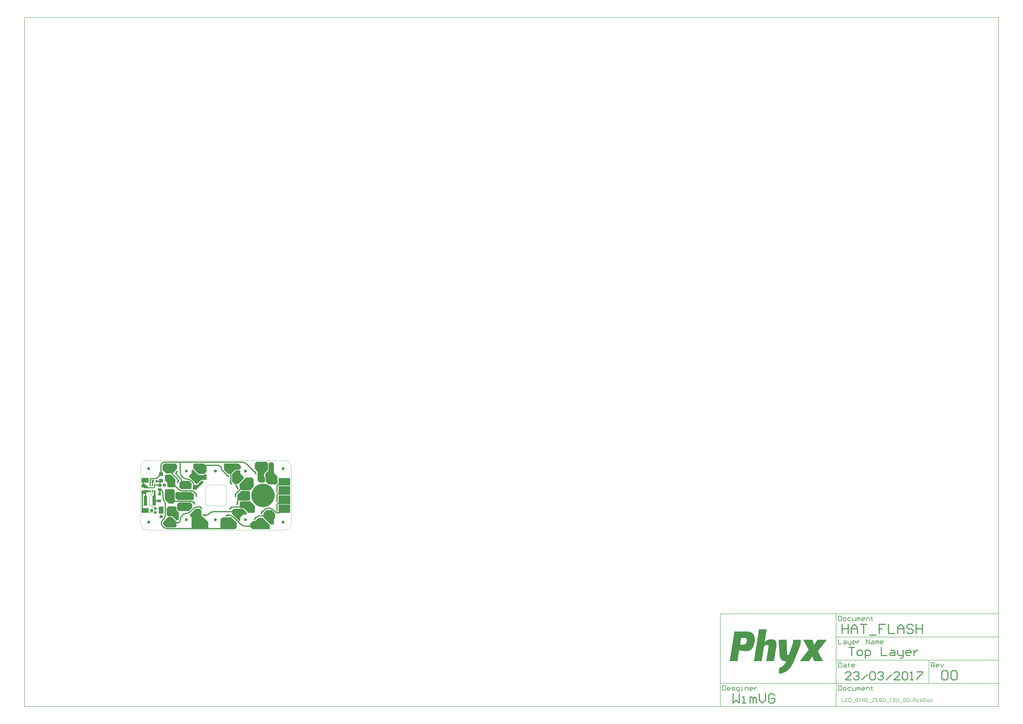
<source format=gtl>
G04 Layer_Physical_Order=1*
G04 Layer_Color=48896*
%FSLAX25Y25*%
%MOIN*%
G70*
G01*
G75*
%ADD10C,0.01968*%
%ADD11C,0.01575*%
%ADD12C,0.00787*%
%ADD13C,0.03150*%
%ADD14R,0.03937X0.04331*%
%ADD15R,0.07087X0.06299*%
%ADD16R,0.04803X0.04921*%
%ADD17R,0.05512X0.16535*%
G04:AMPARAMS|DCode=18|XSize=118.11mil|YSize=78.74mil|CornerRadius=3.94mil|HoleSize=0mil|Usage=FLASHONLY|Rotation=0.000|XOffset=0mil|YOffset=0mil|HoleType=Round|Shape=RoundedRectangle|*
%AMROUNDEDRECTD18*
21,1,0.11811,0.07087,0,0,0.0*
21,1,0.11024,0.07874,0,0,0.0*
1,1,0.00787,0.05512,-0.03543*
1,1,0.00787,-0.05512,-0.03543*
1,1,0.00787,-0.05512,0.03543*
1,1,0.00787,0.05512,0.03543*
%
%ADD18ROUNDEDRECTD18*%
%ADD19R,0.05905X0.05118*%
%ADD20R,0.02362X0.03937*%
G04:AMPARAMS|DCode=21|XSize=118.11mil|YSize=78.74mil|CornerRadius=3.94mil|HoleSize=0mil|Usage=FLASHONLY|Rotation=270.000|XOffset=0mil|YOffset=0mil|HoleType=Round|Shape=RoundedRectangle|*
%AMROUNDEDRECTD21*
21,1,0.11811,0.07087,0,0,270.0*
21,1,0.11024,0.07874,0,0,270.0*
1,1,0.00787,-0.03543,-0.05512*
1,1,0.00787,-0.03543,0.05512*
1,1,0.00787,0.03543,0.05512*
1,1,0.00787,0.03543,-0.05512*
%
%ADD21ROUNDEDRECTD21*%
G04:AMPARAMS|DCode=22|XSize=23.62mil|YSize=59.05mil|CornerRadius=0mil|HoleSize=0mil|Usage=FLASHONLY|Rotation=120.000|XOffset=0mil|YOffset=0mil|HoleType=Round|Shape=Rectangle|*
%AMROTATEDRECTD22*
4,1,4,0.03148,0.00453,-0.01967,-0.02499,-0.03148,-0.00453,0.01967,0.02499,0.03148,0.00453,0.0*
%
%ADD22ROTATEDRECTD22*%

G04:AMPARAMS|DCode=23|XSize=98.42mil|YSize=66.93mil|CornerRadius=0mil|HoleSize=0mil|Usage=FLASHONLY|Rotation=120.000|XOffset=0mil|YOffset=0mil|HoleType=Round|Shape=Rectangle|*
%AMROTATEDRECTD23*
4,1,4,0.05359,-0.02589,-0.00438,-0.05935,-0.05359,0.02589,0.00438,0.05935,0.05359,-0.02589,0.0*
%
%ADD23ROTATEDRECTD23*%

G04:AMPARAMS|DCode=24|XSize=23.62mil|YSize=59.05mil|CornerRadius=0mil|HoleSize=0mil|Usage=FLASHONLY|Rotation=40.000|XOffset=0mil|YOffset=0mil|HoleType=Round|Shape=Rectangle|*
%AMROTATEDRECTD24*
4,1,4,0.00993,-0.03021,-0.02803,0.01503,-0.00993,0.03021,0.02803,-0.01503,0.00993,-0.03021,0.0*
%
%ADD24ROTATEDRECTD24*%

G04:AMPARAMS|DCode=25|XSize=98.42mil|YSize=66.93mil|CornerRadius=0mil|HoleSize=0mil|Usage=FLASHONLY|Rotation=40.000|XOffset=0mil|YOffset=0mil|HoleType=Round|Shape=Rectangle|*
%AMROTATEDRECTD25*
4,1,4,-0.01619,-0.05727,-0.05921,-0.00600,0.01619,0.05727,0.05921,0.00600,-0.01619,-0.05727,0.0*
%
%ADD25ROTATEDRECTD25*%

G04:AMPARAMS|DCode=26|XSize=23.62mil|YSize=59.05mil|CornerRadius=0mil|HoleSize=0mil|Usage=FLASHONLY|Rotation=60.000|XOffset=0mil|YOffset=0mil|HoleType=Round|Shape=Rectangle|*
%AMROTATEDRECTD26*
4,1,4,0.01967,-0.02499,-0.03148,0.00453,-0.01967,0.02499,0.03148,-0.00453,0.01967,-0.02499,0.0*
%
%ADD26ROTATEDRECTD26*%

G04:AMPARAMS|DCode=27|XSize=98.42mil|YSize=66.93mil|CornerRadius=0mil|HoleSize=0mil|Usage=FLASHONLY|Rotation=60.000|XOffset=0mil|YOffset=0mil|HoleType=Round|Shape=Rectangle|*
%AMROTATEDRECTD27*
4,1,4,0.00438,-0.05935,-0.05359,-0.02589,-0.00438,0.05935,0.05359,0.02589,0.00438,-0.05935,0.0*
%
%ADD27ROTATEDRECTD27*%

%ADD28R,0.04331X0.03937*%
%ADD29R,0.02362X0.05905*%
%ADD30R,0.09842X0.06693*%
G04:AMPARAMS|DCode=31|XSize=23.62mil|YSize=59.05mil|CornerRadius=0mil|HoleSize=0mil|Usage=FLASHONLY|Rotation=150.000|XOffset=0mil|YOffset=0mil|HoleType=Round|Shape=Rectangle|*
%AMROTATEDRECTD31*
4,1,4,0.02499,0.01967,-0.00453,-0.03148,-0.02499,-0.01967,0.00453,0.03148,0.02499,0.01967,0.0*
%
%ADD31ROTATEDRECTD31*%

G04:AMPARAMS|DCode=32|XSize=98.42mil|YSize=66.93mil|CornerRadius=0mil|HoleSize=0mil|Usage=FLASHONLY|Rotation=150.000|XOffset=0mil|YOffset=0mil|HoleType=Round|Shape=Rectangle|*
%AMROTATEDRECTD32*
4,1,4,0.05935,0.00438,0.02589,-0.05359,-0.05935,-0.00438,-0.02589,0.05359,0.05935,0.00438,0.0*
%
%ADD32ROTATEDRECTD32*%

G04:AMPARAMS|DCode=33|XSize=23.62mil|YSize=59.05mil|CornerRadius=0mil|HoleSize=0mil|Usage=FLASHONLY|Rotation=30.000|XOffset=0mil|YOffset=0mil|HoleType=Round|Shape=Rectangle|*
%AMROTATEDRECTD33*
4,1,4,0.00453,-0.03148,-0.02499,0.01967,-0.00453,0.03148,0.02499,-0.01967,0.00453,-0.03148,0.0*
%
%ADD33ROTATEDRECTD33*%

G04:AMPARAMS|DCode=34|XSize=98.42mil|YSize=66.93mil|CornerRadius=0mil|HoleSize=0mil|Usage=FLASHONLY|Rotation=30.000|XOffset=0mil|YOffset=0mil|HoleType=Round|Shape=Rectangle|*
%AMROTATEDRECTD34*
4,1,4,-0.02589,-0.05359,-0.05935,0.00438,0.02589,0.05359,0.05935,-0.00438,-0.02589,-0.05359,0.0*
%
%ADD34ROTATEDRECTD34*%

G04:AMPARAMS|DCode=35|XSize=23.62mil|YSize=59.05mil|CornerRadius=0mil|HoleSize=0mil|Usage=FLASHONLY|Rotation=140.000|XOffset=0mil|YOffset=0mil|HoleType=Round|Shape=Rectangle|*
%AMROTATEDRECTD35*
4,1,4,0.02803,0.01503,-0.00993,-0.03021,-0.02803,-0.01503,0.00993,0.03021,0.02803,0.01503,0.0*
%
%ADD35ROTATEDRECTD35*%

G04:AMPARAMS|DCode=36|XSize=98.42mil|YSize=66.93mil|CornerRadius=0mil|HoleSize=0mil|Usage=FLASHONLY|Rotation=140.000|XOffset=0mil|YOffset=0mil|HoleType=Round|Shape=Rectangle|*
%AMROTATEDRECTD36*
4,1,4,0.05921,-0.00600,0.01619,-0.05727,-0.05921,0.00600,-0.01619,0.05727,0.05921,-0.00600,0.0*
%
%ADD36ROTATEDRECTD36*%

G04:AMPARAMS|DCode=37|XSize=23.62mil|YSize=59.05mil|CornerRadius=0mil|HoleSize=0mil|Usage=FLASHONLY|Rotation=160.000|XOffset=0mil|YOffset=0mil|HoleType=Round|Shape=Rectangle|*
%AMROTATEDRECTD37*
4,1,4,0.02120,0.02371,0.00100,-0.03179,-0.02120,-0.02371,-0.00100,0.03179,0.02120,0.02371,0.0*
%
%ADD37ROTATEDRECTD37*%

G04:AMPARAMS|DCode=38|XSize=98.42mil|YSize=66.93mil|CornerRadius=0mil|HoleSize=0mil|Usage=FLASHONLY|Rotation=160.000|XOffset=0mil|YOffset=0mil|HoleType=Round|Shape=Rectangle|*
%AMROTATEDRECTD38*
4,1,4,0.05769,0.01461,0.03480,-0.04828,-0.05769,-0.01461,-0.03480,0.04828,0.05769,0.01461,0.0*
%
%ADD38ROTATEDRECTD38*%

G04:AMPARAMS|DCode=39|XSize=23.62mil|YSize=59.05mil|CornerRadius=0mil|HoleSize=0mil|Usage=FLASHONLY|Rotation=20.000|XOffset=0mil|YOffset=0mil|HoleType=Round|Shape=Rectangle|*
%AMROTATEDRECTD39*
4,1,4,-0.00100,-0.03179,-0.02120,0.02371,0.00100,0.03179,0.02120,-0.02371,-0.00100,-0.03179,0.0*
%
%ADD39ROTATEDRECTD39*%

G04:AMPARAMS|DCode=40|XSize=98.42mil|YSize=66.93mil|CornerRadius=0mil|HoleSize=0mil|Usage=FLASHONLY|Rotation=20.000|XOffset=0mil|YOffset=0mil|HoleType=Round|Shape=Rectangle|*
%AMROTATEDRECTD40*
4,1,4,-0.03480,-0.04828,-0.05769,0.01461,0.03480,0.04828,0.05769,-0.01461,-0.03480,-0.04828,0.0*
%
%ADD40ROTATEDRECTD40*%

G04:AMPARAMS|DCode=41|XSize=23.62mil|YSize=59.05mil|CornerRadius=0mil|HoleSize=0mil|Usage=FLASHONLY|Rotation=160.000|XOffset=0mil|YOffset=0mil|HoleType=Round|Shape=Rectangle|*
%AMROTATEDRECTD41*
4,1,4,0.02120,0.02371,0.00100,-0.03179,-0.02120,-0.02371,-0.00100,0.03179,0.02120,0.02371,0.0*
%
%ADD41ROTATEDRECTD41*%

G04:AMPARAMS|DCode=42|XSize=98.42mil|YSize=66.93mil|CornerRadius=0mil|HoleSize=0mil|Usage=FLASHONLY|Rotation=160.000|XOffset=0mil|YOffset=0mil|HoleType=Round|Shape=Rectangle|*
%AMROTATEDRECTD42*
4,1,4,0.05769,0.01461,0.03480,-0.04828,-0.05769,-0.01461,-0.03480,0.04828,0.05769,0.01461,0.0*
%
%ADD42ROTATEDRECTD42*%

%ADD43R,0.02362X0.05905*%
%ADD44R,0.09842X0.06693*%
%ADD45R,0.02362X0.05905*%
%ADD46R,0.09842X0.06693*%
%ADD47R,0.02362X0.05905*%
%ADD48R,0.09842X0.06693*%
%ADD49C,0.01181*%
%ADD50C,0.00394*%
%ADD51C,0.00984*%
%ADD52C,0.05512*%
%ADD53C,0.05118*%
%ADD54C,0.39370*%
G36*
X-65945Y51181D02*
X-65945Y45276D01*
X-73819Y37401D01*
X-84646Y37401D01*
X-90551Y43307D01*
X-90551Y51181D01*
X-87599Y54134D01*
X-68898Y54134D01*
X-65945Y51181D01*
D02*
G37*
G36*
X42323Y50197D02*
X42323Y46260D01*
X39370Y43307D01*
X32480Y43307D01*
X25591Y36417D01*
X20669D01*
X13780Y43307D01*
Y53150D01*
X14764Y54134D01*
X38386D01*
X42323Y50197D01*
D02*
G37*
G36*
X-15748Y49213D02*
Y40354D01*
X-19685Y36417D01*
X-29528D01*
X-38386Y45276D01*
Y52165D01*
X-36417Y54134D01*
X-20669D01*
X-15748Y49213D01*
D02*
G37*
G36*
X88583Y54134D02*
Y43307D01*
X81693Y36417D01*
Y31496D01*
X83661Y29528D01*
Y24166D01*
X81149Y21654D01*
X74803D01*
X70866Y25591D01*
Y40354D01*
X65945Y45276D01*
Y54134D01*
X68898Y57087D01*
X85630D01*
X88583Y54134D01*
D02*
G37*
G36*
X41339Y42323D02*
Y37402D01*
X47244Y31496D01*
Y28543D01*
X38386Y19685D01*
X31496D01*
X27559Y23622D01*
X27559Y36417D01*
X33465Y42323D01*
X36417Y42323D01*
X41339Y42323D01*
D02*
G37*
G36*
X-29528Y34449D02*
X-15748D01*
Y26575D01*
X-24606D01*
X-31496Y19685D01*
X-33465Y19685D01*
X-45276Y31496D01*
X-45276Y33465D01*
X-41339Y37402D01*
X-41339Y42323D01*
X-40354Y43307D01*
X-38386D01*
X-29528Y34449D01*
D02*
G37*
G36*
X98425Y54134D02*
Y38386D01*
X104331Y32480D01*
Y20669D01*
X102362Y18701D01*
X89567D01*
X84872Y23396D01*
Y30286D01*
X83661Y31496D01*
Y36417D01*
X89567Y42323D01*
Y54134D01*
X91535Y56102D01*
X96457D01*
X98425Y54134D01*
D02*
G37*
G36*
X125984Y16732D02*
X106299D01*
X106299Y29528D01*
X125984D01*
X125984Y16732D01*
D02*
G37*
G36*
X-68898Y27605D02*
Y15748D01*
X-70866Y13780D01*
X-80709D01*
X-82677Y15748D01*
Y21654D01*
X-86614Y25591D01*
Y33465D01*
X-84646Y35433D01*
X-76726D01*
X-68898Y27605D01*
D02*
G37*
G36*
X-41339Y20669D02*
Y12795D01*
X-43307Y10827D01*
X-59055D01*
X-62008Y13780D01*
Y21654D01*
X-59055Y24606D01*
X-45276D01*
X-41339Y20669D01*
D02*
G37*
G36*
X-21654Y23622D02*
Y21654D01*
X-33465Y9843D01*
X-39370D01*
Y15748D01*
X-37402Y17717D01*
X-31496D01*
X-23622Y25591D01*
X-21654Y23622D01*
D02*
G37*
G36*
X63976Y27559D02*
Y14764D01*
X58071Y8858D01*
X44291D01*
X40354Y12795D01*
Y19685D01*
X51181Y30512D01*
X61024D01*
X63976Y27559D01*
D02*
G37*
G36*
X125984Y984D02*
X106299D01*
X106299Y15748D01*
X125984D01*
X125984Y984D01*
D02*
G37*
G36*
X-37402Y1969D02*
Y-5906D01*
X-39370Y-7874D01*
X-64961D01*
X-68898Y-3937D01*
Y3937D01*
X-66929Y5906D01*
X-41339D01*
X-37402Y1969D01*
D02*
G37*
G36*
X58071Y5906D02*
Y-6890D01*
X56102Y-8858D01*
X39370D01*
X36417Y-5906D01*
Y984D01*
X43307Y7874D01*
X56102D01*
X58071Y5906D01*
D02*
G37*
G36*
X-69882Y8858D02*
X-69882Y-10827D01*
X-72835Y-13780D01*
X-79724Y-13780D01*
X-86614Y-6890D01*
X-86614Y8858D01*
X-84646Y10827D01*
X-71850Y10827D01*
X-69882Y8858D01*
D02*
G37*
G36*
X125984Y-14764D02*
X106299D01*
X106299Y-0D01*
X125984D01*
X125984Y-14764D01*
D02*
G37*
G36*
X-40354Y-14764D02*
Y-20972D01*
X-45957Y-26575D01*
X-62992D01*
X-65945Y-23622D01*
Y-14764D01*
X-62992Y-11811D01*
X-43307D01*
X-40354Y-14764D01*
D02*
G37*
G36*
X65945Y-17717D02*
Y-27559D01*
X63976Y-29528D01*
X55260D01*
X47386Y-21654D01*
X41662D01*
X40354Y-20346D01*
Y-11811D01*
X42323Y-9843D01*
X58071D01*
X65945Y-17717D01*
D02*
G37*
G36*
X125984Y-29528D02*
X106299D01*
Y-15748D01*
X125984D01*
Y-29528D01*
D02*
G37*
G36*
X-66929Y-20761D02*
X-66929Y-24606D01*
X-62992Y-28543D01*
Y-40354D01*
X-64961Y-42323D01*
X-66929D01*
X-73819Y-35433D01*
X-80709D01*
X-83661Y-32480D01*
X-83661Y-21654D01*
X-80709Y-18701D01*
X-68989Y-18701D01*
X-66929Y-20761D01*
D02*
G37*
G36*
X52165Y-28543D02*
Y-31496D01*
X51181Y-32480D01*
X46260D01*
X41339Y-37402D01*
Y-43307D01*
X40026Y-43963D01*
X27559Y-31496D01*
Y-25591D01*
X30512Y-22638D01*
X46260D01*
X52165Y-28543D01*
D02*
G37*
G36*
X100394Y-30512D02*
Y-38386D01*
X98425Y-40354D01*
X98425Y-49213D01*
X92520Y-49213D01*
X80709Y-37402D01*
Y-29803D01*
X85630Y-24882D01*
X94764D01*
X100394Y-30512D01*
D02*
G37*
G36*
X-66929Y-44291D02*
X-66929Y-52165D01*
X-68898Y-54134D01*
X-84646D01*
X-89567Y-49213D01*
Y-45276D01*
X-80709Y-36417D01*
X-74803Y-36417D01*
X-66929Y-44291D01*
D02*
G37*
G36*
X-24606Y-25591D02*
X-24606Y-33465D01*
X-12795Y-45276D01*
Y-56299D01*
X-41339D01*
X-41339Y-37402D01*
X-44291Y-34449D01*
Y-32480D01*
X-34449Y-22638D01*
X-27559D01*
X-24606Y-25591D01*
D02*
G37*
G36*
X91535Y-50197D02*
Y-57087D01*
X62008D01*
X58071Y-53150D01*
Y-48228D01*
X62992Y-43307D01*
X66929D01*
X71850Y-38386D01*
X79724D01*
X91535Y-50197D01*
D02*
G37*
G36*
X35433Y-46260D02*
Y-54134D01*
X32480Y-57087D01*
X8858Y-57087D01*
X7874Y-56102D01*
Y-40354D01*
X10827Y-37402D01*
X26575D01*
X35433Y-46260D01*
D02*
G37*
G36*
X1037219Y-245134D02*
X1036933D01*
Y-245421D01*
X1036646D01*
Y-245707D01*
Y-245993D01*
X1036360D01*
Y-246280D01*
X1036074D01*
Y-246566D01*
X1035787D01*
Y-246852D01*
Y-247139D01*
X1035501D01*
Y-247425D01*
X1035215D01*
Y-247711D01*
X1034929D01*
Y-247997D01*
X1034642D01*
Y-248284D01*
Y-248570D01*
X1034356D01*
Y-248856D01*
X1034070D01*
Y-249143D01*
X1033783D01*
Y-249429D01*
Y-249715D01*
X1033497D01*
Y-250002D01*
X1033211D01*
Y-250288D01*
X1032924D01*
Y-250574D01*
X1032638D01*
Y-250861D01*
Y-251147D01*
X1032352D01*
Y-251433D01*
X1032065D01*
Y-251719D01*
X1031779D01*
Y-252006D01*
Y-252292D01*
X1031493D01*
Y-252578D01*
X1031207D01*
Y-252865D01*
X1030920D01*
Y-253151D01*
Y-253437D01*
X1030634D01*
Y-253724D01*
X1030348D01*
Y-254010D01*
X1030061D01*
Y-254296D01*
X1029775D01*
Y-254583D01*
Y-254869D01*
X1029489D01*
Y-255155D01*
X1029202D01*
Y-255442D01*
X1028916D01*
Y-255728D01*
Y-256014D01*
X1028630D01*
Y-256300D01*
X1028343D01*
Y-256587D01*
X1028057D01*
Y-256873D01*
Y-257159D01*
X1027771D01*
Y-257446D01*
X1027484D01*
Y-257732D01*
X1027198D01*
Y-258018D01*
X1026912D01*
Y-258305D01*
Y-258591D01*
X1026625D01*
Y-258877D01*
X1026339D01*
Y-259164D01*
X1026053D01*
Y-259450D01*
Y-259736D01*
X1025766D01*
Y-260023D01*
X1025480D01*
Y-260309D01*
X1025194D01*
Y-260595D01*
Y-260881D01*
X1024908D01*
Y-261168D01*
X1024621D01*
Y-261454D01*
X1024335D01*
Y-261740D01*
X1024049D01*
Y-262027D01*
Y-262313D01*
X1023762D01*
Y-262599D01*
X1023476D01*
Y-262886D01*
X1023190D01*
Y-263172D01*
Y-263458D01*
X1022903D01*
Y-263745D01*
X1022617D01*
Y-264031D01*
X1022331D01*
Y-264317D01*
X1022044D01*
Y-264604D01*
Y-264890D01*
X1022331D01*
Y-265176D01*
Y-265462D01*
X1022617D01*
Y-265749D01*
Y-266035D01*
X1022903D01*
Y-266321D01*
X1023190D01*
Y-266608D01*
Y-266894D01*
X1023476D01*
Y-267180D01*
Y-267467D01*
X1023762D01*
Y-267753D01*
Y-268039D01*
X1024049D01*
Y-268326D01*
Y-268612D01*
X1024335D01*
Y-268898D01*
Y-269185D01*
X1024621D01*
Y-269471D01*
Y-269757D01*
X1024908D01*
Y-270044D01*
Y-270330D01*
X1025194D01*
Y-270616D01*
Y-270902D01*
X1025480D01*
Y-271189D01*
X1025766D01*
Y-271475D01*
Y-271761D01*
X1026053D01*
Y-272048D01*
Y-272334D01*
X1026339D01*
Y-272620D01*
Y-272907D01*
X1026625D01*
Y-273193D01*
Y-273479D01*
X1026912D01*
Y-273766D01*
Y-274052D01*
X1027198D01*
Y-274338D01*
Y-274624D01*
X1027484D01*
Y-274911D01*
Y-275197D01*
X1027771D01*
Y-275483D01*
X1028057D01*
Y-275770D01*
Y-276056D01*
X1028343D01*
Y-276342D01*
Y-276629D01*
X1028630D01*
Y-276915D01*
Y-277201D01*
X1028916D01*
Y-277488D01*
Y-277774D01*
X1029202D01*
Y-278060D01*
Y-278347D01*
X1029489D01*
Y-278633D01*
Y-278919D01*
X1029775D01*
Y-279206D01*
Y-279492D01*
X1030061D01*
Y-279778D01*
X1030348D01*
Y-280065D01*
Y-280351D01*
X1030634D01*
Y-280637D01*
Y-280923D01*
X1030920D01*
Y-281210D01*
X1015746D01*
Y-280923D01*
X1015459D01*
Y-280637D01*
Y-280351D01*
Y-280065D01*
X1015173D01*
Y-279778D01*
Y-279492D01*
Y-279206D01*
X1014887D01*
Y-278919D01*
Y-278633D01*
X1014600D01*
Y-278347D01*
Y-278060D01*
Y-277774D01*
X1014314D01*
Y-277488D01*
Y-277201D01*
Y-276915D01*
X1014028D01*
Y-276629D01*
Y-276342D01*
X1013741D01*
Y-276056D01*
Y-275770D01*
Y-275483D01*
X1013455D01*
Y-275197D01*
Y-274911D01*
Y-274624D01*
X1013169D01*
Y-274338D01*
Y-274052D01*
Y-273766D01*
X1012882D01*
Y-273479D01*
X1012310D01*
Y-273766D01*
Y-274052D01*
X1012024D01*
Y-274338D01*
X1011737D01*
Y-274624D01*
Y-274911D01*
X1011451D01*
Y-275197D01*
X1011165D01*
Y-275483D01*
Y-275770D01*
X1010878D01*
Y-276056D01*
X1010592D01*
Y-276342D01*
Y-276629D01*
X1010306D01*
Y-276915D01*
X1010019D01*
Y-277201D01*
X1009733D01*
Y-277488D01*
Y-277774D01*
X1009447D01*
Y-278060D01*
X1009160D01*
Y-278347D01*
Y-278633D01*
X1008874D01*
Y-278919D01*
X1008588D01*
Y-279206D01*
Y-279492D01*
X1008301D01*
Y-279778D01*
X1008015D01*
Y-280065D01*
Y-280351D01*
X1007729D01*
Y-280637D01*
X1007442D01*
Y-280923D01*
Y-281210D01*
X991409D01*
Y-280923D01*
X991695D01*
Y-280637D01*
X991982D01*
Y-280351D01*
X992268D01*
Y-280065D01*
X992554D01*
Y-279778D01*
Y-279492D01*
X992840D01*
Y-279206D01*
X993127D01*
Y-278919D01*
X993413D01*
Y-278633D01*
X993699D01*
Y-278347D01*
Y-278060D01*
X993986D01*
Y-277774D01*
X994272D01*
Y-277488D01*
X994558D01*
Y-277201D01*
Y-276915D01*
X994845D01*
Y-276629D01*
X995131D01*
Y-276342D01*
X995417D01*
Y-276056D01*
X995704D01*
Y-275770D01*
Y-275483D01*
X995990D01*
Y-275197D01*
X996276D01*
Y-274911D01*
X996563D01*
Y-274624D01*
X996849D01*
Y-274338D01*
Y-274052D01*
X997135D01*
Y-273766D01*
X997421D01*
Y-273479D01*
X997708D01*
Y-273193D01*
Y-272907D01*
X997994D01*
Y-272620D01*
X998281D01*
Y-272334D01*
X998567D01*
Y-272048D01*
X998853D01*
Y-271761D01*
Y-271475D01*
X999139D01*
Y-271189D01*
X999426D01*
Y-270902D01*
X999712D01*
Y-270616D01*
Y-270330D01*
X999998D01*
Y-270044D01*
X1000285D01*
Y-269757D01*
X1000571D01*
Y-269471D01*
X1000857D01*
Y-269185D01*
Y-268898D01*
X1001144D01*
Y-268612D01*
X1001430D01*
Y-268326D01*
X1001716D01*
Y-268039D01*
Y-267753D01*
X1002003D01*
Y-267467D01*
X1002289D01*
Y-267180D01*
X1002575D01*
Y-266894D01*
X1002861D01*
Y-266608D01*
Y-266321D01*
X1003148D01*
Y-266035D01*
X1003434D01*
Y-265749D01*
X1003720D01*
Y-265462D01*
X1004007D01*
Y-265176D01*
Y-264890D01*
X1004293D01*
Y-264604D01*
X1004579D01*
Y-264317D01*
X1004866D01*
Y-264031D01*
Y-263745D01*
X1005152D01*
Y-263458D01*
X1005438D01*
Y-263172D01*
X1005725D01*
Y-262886D01*
X1006011D01*
Y-262599D01*
Y-262313D01*
X1006297D01*
Y-262027D01*
Y-261740D01*
Y-261454D01*
X1006011D01*
Y-261168D01*
X1005725D01*
Y-260881D01*
Y-260595D01*
X1005438D01*
Y-260309D01*
Y-260023D01*
X1005152D01*
Y-259736D01*
Y-259450D01*
X1004866D01*
Y-259164D01*
Y-258877D01*
X1004579D01*
Y-258591D01*
Y-258305D01*
X1004293D01*
Y-258018D01*
Y-257732D01*
X1004007D01*
Y-257446D01*
X1003720D01*
Y-257159D01*
Y-256873D01*
X1003434D01*
Y-256587D01*
Y-256300D01*
X1003148D01*
Y-256014D01*
Y-255728D01*
X1002861D01*
Y-255442D01*
Y-255155D01*
X1002575D01*
Y-254869D01*
Y-254583D01*
X1002289D01*
Y-254296D01*
Y-254010D01*
X1002003D01*
Y-253724D01*
X1001716D01*
Y-253437D01*
Y-253151D01*
X1001430D01*
Y-252865D01*
Y-252578D01*
X1001144D01*
Y-252292D01*
Y-252006D01*
X1000857D01*
Y-251719D01*
Y-251433D01*
X1000571D01*
Y-251147D01*
Y-250861D01*
X1000285D01*
Y-250574D01*
Y-250288D01*
X999998D01*
Y-250002D01*
Y-249715D01*
X999712D01*
Y-249429D01*
X999426D01*
Y-249143D01*
Y-248856D01*
X999139D01*
Y-248570D01*
Y-248284D01*
X998853D01*
Y-247997D01*
Y-247711D01*
X998567D01*
Y-247425D01*
Y-247139D01*
X998281D01*
Y-246852D01*
Y-246566D01*
X997994D01*
Y-246280D01*
Y-245993D01*
X997708D01*
Y-245707D01*
X997421D01*
Y-245421D01*
Y-245134D01*
X997135D01*
Y-244848D01*
X1012882D01*
Y-245134D01*
X1013169D01*
Y-245421D01*
Y-245707D01*
Y-245993D01*
X1013455D01*
Y-246280D01*
Y-246566D01*
Y-246852D01*
X1013741D01*
Y-247139D01*
Y-247425D01*
Y-247711D01*
X1014028D01*
Y-247997D01*
Y-248284D01*
Y-248570D01*
X1014314D01*
Y-248856D01*
Y-249143D01*
Y-249429D01*
X1014600D01*
Y-249715D01*
Y-250002D01*
Y-250288D01*
X1014887D01*
Y-250574D01*
Y-250861D01*
Y-251147D01*
X1015173D01*
Y-251433D01*
Y-251719D01*
Y-252006D01*
X1015459D01*
Y-252292D01*
Y-252578D01*
Y-252865D01*
Y-253151D01*
X1016032D01*
Y-252865D01*
X1016318D01*
Y-252578D01*
X1016605D01*
Y-252292D01*
Y-252006D01*
X1016891D01*
Y-251719D01*
X1017177D01*
Y-251433D01*
Y-251147D01*
X1017463D01*
Y-250861D01*
X1017750D01*
Y-250574D01*
Y-250288D01*
X1018036D01*
Y-250002D01*
X1018322D01*
Y-249715D01*
Y-249429D01*
X1018609D01*
Y-249143D01*
X1018895D01*
Y-248856D01*
Y-248570D01*
X1019181D01*
Y-248284D01*
X1019468D01*
Y-247997D01*
Y-247711D01*
X1019754D01*
Y-247425D01*
X1020040D01*
Y-247139D01*
Y-246852D01*
X1020327D01*
Y-246566D01*
X1020613D01*
Y-246280D01*
Y-245993D01*
X1020899D01*
Y-245707D01*
X1021185D01*
Y-245421D01*
Y-245134D01*
X1021472D01*
Y-244848D01*
X1037219D01*
Y-245134D01*
D02*
G37*
G36*
X904084Y-231105D02*
X905801D01*
Y-231391D01*
X906660D01*
Y-231678D01*
X907519D01*
Y-231964D01*
X908378D01*
Y-232250D01*
X908951D01*
Y-232537D01*
X909237D01*
Y-232823D01*
X909810D01*
Y-233109D01*
X910096D01*
Y-233396D01*
X910669D01*
Y-233682D01*
X910955D01*
Y-233968D01*
X911241D01*
Y-234254D01*
X911528D01*
Y-234541D01*
X911814D01*
Y-234827D01*
X912100D01*
Y-235113D01*
X912387D01*
Y-235400D01*
Y-235686D01*
X912673D01*
Y-235972D01*
X912959D01*
Y-236259D01*
Y-236545D01*
X913246D01*
Y-236831D01*
X913532D01*
Y-237118D01*
Y-237404D01*
X913818D01*
Y-237690D01*
Y-237977D01*
Y-238263D01*
X914104D01*
Y-238549D01*
Y-238835D01*
Y-239122D01*
X914391D01*
Y-239408D01*
Y-239694D01*
Y-239981D01*
Y-240267D01*
X914677D01*
Y-240553D01*
Y-240840D01*
Y-241126D01*
Y-241412D01*
Y-241699D01*
X914963D01*
Y-241985D01*
Y-242271D01*
Y-242558D01*
Y-242844D01*
Y-243130D01*
Y-243416D01*
Y-243703D01*
Y-243989D01*
Y-244275D01*
Y-244562D01*
Y-244848D01*
Y-245134D01*
Y-245421D01*
Y-245707D01*
Y-245993D01*
Y-246280D01*
Y-246566D01*
Y-246852D01*
Y-247139D01*
Y-247425D01*
X914677D01*
Y-247711D01*
Y-247997D01*
Y-248284D01*
Y-248570D01*
Y-248856D01*
Y-249143D01*
Y-249429D01*
X914391D01*
Y-249715D01*
Y-250002D01*
Y-250288D01*
Y-250574D01*
Y-250861D01*
X914104D01*
Y-251147D01*
Y-251433D01*
Y-251719D01*
Y-252006D01*
Y-252292D01*
X913818D01*
Y-252578D01*
Y-252865D01*
Y-253151D01*
X913532D01*
Y-253437D01*
Y-253724D01*
Y-254010D01*
Y-254296D01*
X913246D01*
Y-254583D01*
Y-254869D01*
Y-255155D01*
X912959D01*
Y-255442D01*
Y-255728D01*
X912673D01*
Y-256014D01*
Y-256300D01*
Y-256587D01*
X912387D01*
Y-256873D01*
Y-257159D01*
X912100D01*
Y-257446D01*
Y-257732D01*
X911814D01*
Y-258018D01*
Y-258305D01*
X911528D01*
Y-258591D01*
X911241D01*
Y-258877D01*
Y-259164D01*
X910955D01*
Y-259450D01*
X910669D01*
Y-259736D01*
X910382D01*
Y-260023D01*
Y-260309D01*
X910096D01*
Y-260595D01*
X909810D01*
Y-260881D01*
X909523D01*
Y-261168D01*
X909237D01*
Y-261454D01*
X908951D01*
Y-261740D01*
X908378D01*
Y-262027D01*
X908092D01*
Y-262313D01*
X907519D01*
Y-262599D01*
X907233D01*
Y-262886D01*
X906660D01*
Y-263172D01*
X905801D01*
Y-263458D01*
X904943D01*
Y-263745D01*
X904084D01*
Y-264031D01*
X902366D01*
Y-264317D01*
X897212D01*
Y-264031D01*
X894635D01*
Y-263745D01*
X892631D01*
Y-263458D01*
X891199D01*
Y-263172D01*
X889768D01*
Y-262886D01*
X888336D01*
Y-263172D01*
Y-263458D01*
Y-263745D01*
Y-264031D01*
Y-264317D01*
Y-264604D01*
Y-264890D01*
X888050D01*
Y-265176D01*
Y-265462D01*
Y-265749D01*
Y-266035D01*
Y-266321D01*
Y-266608D01*
X887764D01*
Y-266894D01*
Y-267180D01*
Y-267467D01*
Y-267753D01*
Y-268039D01*
Y-268326D01*
X887477D01*
Y-268612D01*
Y-268898D01*
Y-269185D01*
Y-269471D01*
Y-269757D01*
Y-270044D01*
Y-270330D01*
X887191D01*
Y-270616D01*
Y-270902D01*
Y-271189D01*
Y-271475D01*
Y-271761D01*
Y-272048D01*
X886905D01*
Y-272334D01*
Y-272620D01*
Y-272907D01*
Y-273193D01*
Y-273479D01*
Y-273766D01*
X886619D01*
Y-274052D01*
Y-274338D01*
Y-274624D01*
Y-274911D01*
Y-275197D01*
Y-275483D01*
Y-275770D01*
X886332D01*
Y-276056D01*
Y-276342D01*
Y-276629D01*
Y-276915D01*
Y-277201D01*
Y-277488D01*
X886046D01*
Y-277774D01*
Y-278060D01*
Y-278347D01*
Y-278633D01*
Y-278919D01*
Y-279206D01*
X885760D01*
Y-279492D01*
Y-279778D01*
Y-280065D01*
Y-280351D01*
Y-280637D01*
Y-280923D01*
Y-281210D01*
X872303D01*
Y-280923D01*
X872589D01*
Y-280637D01*
Y-280351D01*
Y-280065D01*
Y-279778D01*
Y-279492D01*
X872875D01*
Y-279206D01*
Y-278919D01*
Y-278633D01*
Y-278347D01*
Y-278060D01*
Y-277774D01*
Y-277488D01*
X873162D01*
Y-277201D01*
Y-276915D01*
Y-276629D01*
Y-276342D01*
Y-276056D01*
Y-275770D01*
X873448D01*
Y-275483D01*
Y-275197D01*
Y-274911D01*
Y-274624D01*
Y-274338D01*
Y-274052D01*
X873734D01*
Y-273766D01*
Y-273479D01*
Y-273193D01*
Y-272907D01*
Y-272620D01*
Y-272334D01*
Y-272048D01*
X874021D01*
Y-271761D01*
Y-271475D01*
Y-271189D01*
Y-270902D01*
Y-270616D01*
Y-270330D01*
X874307D01*
Y-270044D01*
Y-269757D01*
Y-269471D01*
Y-269185D01*
Y-268898D01*
Y-268612D01*
X874593D01*
Y-268326D01*
Y-268039D01*
Y-267753D01*
Y-267467D01*
Y-267180D01*
Y-266894D01*
X874880D01*
Y-266608D01*
Y-266321D01*
Y-266035D01*
Y-265749D01*
Y-265462D01*
Y-265176D01*
Y-264890D01*
X875166D01*
Y-264604D01*
Y-264317D01*
Y-264031D01*
Y-263745D01*
Y-263458D01*
Y-263172D01*
X875452D01*
Y-262886D01*
Y-262599D01*
Y-262313D01*
Y-262027D01*
Y-261740D01*
Y-261454D01*
X875739D01*
Y-261168D01*
Y-260881D01*
Y-260595D01*
Y-260309D01*
Y-260023D01*
Y-259736D01*
X876025D01*
Y-259450D01*
Y-259164D01*
Y-258877D01*
Y-258591D01*
Y-258305D01*
Y-258018D01*
Y-257732D01*
X876311D01*
Y-257446D01*
Y-257159D01*
Y-256873D01*
Y-256587D01*
Y-256300D01*
Y-256014D01*
X876597D01*
Y-255728D01*
Y-255442D01*
Y-255155D01*
Y-254869D01*
Y-254583D01*
Y-254296D01*
X876884D01*
Y-254010D01*
Y-253724D01*
Y-253437D01*
Y-253151D01*
Y-252865D01*
Y-252578D01*
Y-252292D01*
X877170D01*
Y-252006D01*
Y-251719D01*
Y-251433D01*
Y-251147D01*
Y-250861D01*
Y-250574D01*
X877456D01*
Y-250288D01*
Y-250002D01*
Y-249715D01*
Y-249429D01*
Y-249143D01*
Y-248856D01*
X877743D01*
Y-248570D01*
Y-248284D01*
Y-247997D01*
Y-247711D01*
Y-247425D01*
Y-247139D01*
X878029D01*
Y-246852D01*
Y-246566D01*
Y-246280D01*
Y-245993D01*
Y-245707D01*
Y-245421D01*
Y-245134D01*
X878315D01*
Y-244848D01*
Y-244562D01*
Y-244275D01*
Y-243989D01*
Y-243703D01*
Y-243416D01*
X878602D01*
Y-243130D01*
Y-242844D01*
Y-242558D01*
Y-242271D01*
Y-241985D01*
Y-241699D01*
X878888D01*
Y-241412D01*
Y-241126D01*
Y-240840D01*
Y-240553D01*
Y-240267D01*
Y-239981D01*
Y-239694D01*
X879174D01*
Y-239408D01*
Y-239122D01*
Y-238835D01*
Y-238549D01*
Y-238263D01*
Y-237977D01*
X879461D01*
Y-237690D01*
Y-237404D01*
Y-237118D01*
Y-236831D01*
Y-236545D01*
Y-236259D01*
X879747D01*
Y-235972D01*
Y-235686D01*
Y-235400D01*
Y-235113D01*
Y-234827D01*
Y-234541D01*
Y-234254D01*
X880033D01*
Y-233968D01*
Y-233682D01*
Y-233396D01*
Y-233109D01*
Y-232823D01*
Y-232537D01*
X880320D01*
Y-232250D01*
Y-231964D01*
Y-231678D01*
Y-231391D01*
Y-231105D01*
Y-230819D01*
X904084D01*
Y-231105D01*
D02*
G37*
G36*
X993127Y-245134D02*
Y-245421D01*
Y-245707D01*
Y-245993D01*
Y-246280D01*
Y-246566D01*
Y-246852D01*
Y-247139D01*
Y-247425D01*
Y-247711D01*
Y-247997D01*
Y-248284D01*
Y-248570D01*
Y-248856D01*
Y-249143D01*
Y-249429D01*
Y-249715D01*
Y-250002D01*
Y-250288D01*
Y-250574D01*
Y-250861D01*
X992840D01*
Y-251147D01*
Y-251433D01*
Y-251719D01*
Y-252006D01*
Y-252292D01*
X992554D01*
Y-252578D01*
Y-252865D01*
Y-253151D01*
Y-253437D01*
X992268D01*
Y-253724D01*
Y-254010D01*
Y-254296D01*
Y-254583D01*
X991982D01*
Y-254869D01*
Y-255155D01*
Y-255442D01*
X991695D01*
Y-255728D01*
Y-256014D01*
Y-256300D01*
X991409D01*
Y-256587D01*
Y-256873D01*
Y-257159D01*
X991123D01*
Y-257446D01*
Y-257732D01*
Y-258018D01*
X990836D01*
Y-258305D01*
Y-258591D01*
X990550D01*
Y-258877D01*
Y-259164D01*
X990264D01*
Y-259450D01*
Y-259736D01*
Y-260023D01*
X989977D01*
Y-260309D01*
Y-260595D01*
X989691D01*
Y-260881D01*
Y-261168D01*
Y-261454D01*
X989405D01*
Y-261740D01*
Y-262027D01*
X989118D01*
Y-262313D01*
Y-262599D01*
Y-262886D01*
X988832D01*
Y-263172D01*
Y-263458D01*
X988546D01*
Y-263745D01*
Y-264031D01*
Y-264317D01*
X988260D01*
Y-264604D01*
Y-264890D01*
X987973D01*
Y-265176D01*
Y-265462D01*
Y-265749D01*
X987687D01*
Y-266035D01*
Y-266321D01*
X987401D01*
Y-266608D01*
Y-266894D01*
Y-267180D01*
X987114D01*
Y-267467D01*
Y-267753D01*
X986828D01*
Y-268039D01*
Y-268326D01*
Y-268612D01*
X986542D01*
Y-268898D01*
Y-269185D01*
X986255D01*
Y-269471D01*
Y-269757D01*
Y-270044D01*
X985969D01*
Y-270330D01*
Y-270616D01*
X985683D01*
Y-270902D01*
Y-271189D01*
Y-271475D01*
X985396D01*
Y-271761D01*
Y-272048D01*
X985110D01*
Y-272334D01*
Y-272620D01*
Y-272907D01*
X984824D01*
Y-273193D01*
Y-273479D01*
X984537D01*
Y-273766D01*
Y-274052D01*
Y-274338D01*
X984251D01*
Y-274624D01*
Y-274911D01*
X983965D01*
Y-275197D01*
Y-275483D01*
Y-275770D01*
X983679D01*
Y-276056D01*
Y-276342D01*
X983392D01*
Y-276629D01*
Y-276915D01*
Y-277201D01*
X983106D01*
Y-277488D01*
Y-277774D01*
X982820D01*
Y-278060D01*
Y-278347D01*
Y-278633D01*
X982533D01*
Y-278919D01*
Y-279206D01*
X982247D01*
Y-279492D01*
Y-279778D01*
Y-280065D01*
X981961D01*
Y-280351D01*
Y-280637D01*
X981674D01*
Y-280923D01*
Y-281210D01*
Y-281496D01*
X981388D01*
Y-281782D01*
Y-282069D01*
X981102D01*
Y-282355D01*
Y-282641D01*
X980815D01*
Y-282928D01*
Y-283214D01*
X980529D01*
Y-283500D01*
Y-283787D01*
Y-284073D01*
X980243D01*
Y-284359D01*
X979957D01*
Y-284646D01*
Y-284932D01*
Y-285218D01*
X979670D01*
Y-285504D01*
X979384D01*
Y-285791D01*
Y-286077D01*
X979097D01*
Y-286363D01*
Y-286650D01*
X978811D01*
Y-286936D01*
Y-287222D01*
X978525D01*
Y-287509D01*
Y-287795D01*
X978239D01*
Y-288081D01*
X977952D01*
Y-288368D01*
Y-288654D01*
X977666D01*
Y-288940D01*
Y-289227D01*
X977380D01*
Y-289513D01*
X977093D01*
Y-289799D01*
X976807D01*
Y-290085D01*
Y-290372D01*
X976521D01*
Y-290658D01*
X976234D01*
Y-290944D01*
Y-291231D01*
X975948D01*
Y-291517D01*
X975662D01*
Y-291803D01*
X975375D01*
Y-292090D01*
Y-292376D01*
X975089D01*
Y-292662D01*
X974803D01*
Y-292949D01*
X974516D01*
Y-293235D01*
X974230D01*
Y-293521D01*
X973944D01*
Y-293808D01*
Y-294094D01*
X973658D01*
Y-294380D01*
X973371D01*
Y-294666D01*
X973085D01*
Y-294953D01*
X972799D01*
Y-295239D01*
X972512D01*
Y-295525D01*
X972226D01*
Y-295812D01*
X971940D01*
Y-296098D01*
X971367D01*
Y-296384D01*
X971081D01*
Y-296671D01*
X970794D01*
Y-296957D01*
X970508D01*
Y-297243D01*
X970222D01*
Y-297530D01*
X969649D01*
Y-297816D01*
X969363D01*
Y-298102D01*
X968790D01*
Y-298389D01*
X968504D01*
Y-298675D01*
X967931D01*
Y-298961D01*
X967645D01*
Y-299248D01*
X967072D01*
Y-299534D01*
X966500D01*
Y-299820D01*
X965927D01*
Y-300106D01*
X965355D01*
Y-300393D01*
X964782D01*
Y-300679D01*
X963923D01*
Y-300965D01*
X963350D01*
Y-301252D01*
X962491D01*
Y-301538D01*
X961346D01*
Y-301824D01*
X960201D01*
Y-302111D01*
X958483D01*
Y-302397D01*
X956479D01*
Y-302683D01*
X956192D01*
Y-302397D01*
Y-302111D01*
Y-301824D01*
Y-301538D01*
Y-301252D01*
Y-300965D01*
Y-300679D01*
Y-300393D01*
Y-300106D01*
Y-299820D01*
Y-299534D01*
Y-299248D01*
Y-298961D01*
Y-298675D01*
Y-298389D01*
Y-298102D01*
Y-297816D01*
Y-297530D01*
Y-297243D01*
Y-296957D01*
Y-296671D01*
Y-296384D01*
Y-296098D01*
Y-295812D01*
Y-295525D01*
Y-295239D01*
Y-294953D01*
Y-294666D01*
Y-294380D01*
Y-294094D01*
Y-293808D01*
Y-293521D01*
Y-293235D01*
X956765D01*
Y-292949D01*
X957338D01*
Y-292662D01*
X957910D01*
Y-292376D01*
X958483D01*
Y-292090D01*
X959056D01*
Y-291803D01*
X959628D01*
Y-291517D01*
X959915D01*
Y-291231D01*
X960487D01*
Y-290944D01*
X960773D01*
Y-290658D01*
X961346D01*
Y-290372D01*
X961632D01*
Y-290085D01*
X961919D01*
Y-289799D01*
X962491D01*
Y-289513D01*
X962778D01*
Y-289227D01*
X963064D01*
Y-288940D01*
X963350D01*
Y-288654D01*
X963637D01*
Y-288368D01*
X963923D01*
Y-288081D01*
X964209D01*
Y-287795D01*
X964496D01*
Y-287509D01*
X964782D01*
Y-287222D01*
X965068D01*
Y-286936D01*
X965355D01*
Y-286650D01*
X965641D01*
Y-286363D01*
Y-286077D01*
X965927D01*
Y-285791D01*
X966213D01*
Y-285504D01*
X966500D01*
Y-285218D01*
Y-284932D01*
X966786D01*
Y-284646D01*
X967072D01*
Y-284359D01*
Y-284073D01*
X967359D01*
Y-283787D01*
Y-283500D01*
X967645D01*
Y-283214D01*
X967931D01*
Y-282928D01*
Y-282641D01*
X968218D01*
Y-282355D01*
Y-282069D01*
X968504D01*
Y-281782D01*
Y-281496D01*
X966786D01*
Y-281210D01*
X964782D01*
Y-280923D01*
X963637D01*
Y-280637D01*
X963064D01*
Y-280351D01*
X962205D01*
Y-280065D01*
X961632D01*
Y-279778D01*
X961346D01*
Y-279492D01*
X960773D01*
Y-279206D01*
X960487D01*
Y-278919D01*
X960201D01*
Y-278633D01*
X959915D01*
Y-278347D01*
X959628D01*
Y-278060D01*
X959342D01*
Y-277774D01*
Y-277488D01*
X959056D01*
Y-277201D01*
X958769D01*
Y-276915D01*
Y-276629D01*
X958483D01*
Y-276342D01*
Y-276056D01*
X958197D01*
Y-275770D01*
Y-275483D01*
X957910D01*
Y-275197D01*
Y-274911D01*
Y-274624D01*
X957624D01*
Y-274338D01*
Y-274052D01*
Y-273766D01*
Y-273479D01*
X957338D01*
Y-273193D01*
Y-272907D01*
Y-272620D01*
Y-272334D01*
Y-272048D01*
Y-271761D01*
Y-271475D01*
X957051D01*
Y-271189D01*
Y-270902D01*
Y-270616D01*
Y-270330D01*
Y-270044D01*
Y-269757D01*
Y-269471D01*
Y-269185D01*
Y-268898D01*
Y-268612D01*
Y-268326D01*
Y-268039D01*
Y-267753D01*
Y-267467D01*
Y-267180D01*
X956765D01*
Y-266894D01*
Y-266608D01*
Y-266321D01*
Y-266035D01*
Y-265749D01*
Y-265462D01*
Y-265176D01*
Y-264890D01*
Y-264604D01*
Y-264317D01*
Y-264031D01*
Y-263745D01*
Y-263458D01*
Y-263172D01*
Y-262886D01*
X956479D01*
Y-262599D01*
Y-262313D01*
Y-262027D01*
Y-261740D01*
Y-261454D01*
Y-261168D01*
Y-260881D01*
Y-260595D01*
Y-260309D01*
Y-260023D01*
Y-259736D01*
Y-259450D01*
Y-259164D01*
Y-258877D01*
Y-258591D01*
Y-258305D01*
X956192D01*
Y-258018D01*
Y-257732D01*
Y-257446D01*
Y-257159D01*
Y-256873D01*
Y-256587D01*
Y-256300D01*
Y-256014D01*
Y-255728D01*
Y-255442D01*
Y-255155D01*
Y-254869D01*
Y-254583D01*
Y-254296D01*
Y-254010D01*
Y-253724D01*
X955906D01*
Y-253437D01*
Y-253151D01*
Y-252865D01*
Y-252578D01*
Y-252292D01*
Y-252006D01*
Y-251719D01*
Y-251433D01*
Y-251147D01*
Y-250861D01*
Y-250574D01*
Y-250288D01*
Y-250002D01*
Y-249715D01*
X955620D01*
Y-249429D01*
Y-249143D01*
Y-248856D01*
Y-248570D01*
Y-248284D01*
Y-247997D01*
Y-247711D01*
Y-247425D01*
Y-247139D01*
Y-246852D01*
Y-246566D01*
Y-246280D01*
Y-245993D01*
Y-245707D01*
Y-245421D01*
Y-245134D01*
X955334D01*
Y-244848D01*
X969077D01*
Y-245134D01*
Y-245421D01*
Y-245707D01*
Y-245993D01*
Y-246280D01*
Y-246566D01*
Y-246852D01*
Y-247139D01*
Y-247425D01*
Y-247711D01*
Y-247997D01*
Y-248284D01*
Y-248570D01*
Y-248856D01*
X969363D01*
Y-249143D01*
Y-249429D01*
Y-249715D01*
Y-250002D01*
Y-250288D01*
Y-250574D01*
Y-250861D01*
Y-251147D01*
Y-251433D01*
Y-251719D01*
Y-252006D01*
Y-252292D01*
Y-252578D01*
Y-252865D01*
Y-253151D01*
Y-253437D01*
Y-253724D01*
Y-254010D01*
Y-254296D01*
Y-254583D01*
Y-254869D01*
Y-255155D01*
Y-255442D01*
Y-255728D01*
Y-256014D01*
Y-256300D01*
Y-256587D01*
Y-256873D01*
Y-257159D01*
Y-257446D01*
Y-257732D01*
Y-258018D01*
Y-258305D01*
Y-258591D01*
Y-258877D01*
Y-259164D01*
Y-259450D01*
Y-259736D01*
Y-260023D01*
Y-260309D01*
Y-260595D01*
X969649D01*
Y-260881D01*
X969363D01*
Y-261168D01*
Y-261454D01*
X969649D01*
Y-261740D01*
Y-262027D01*
Y-262313D01*
Y-262599D01*
Y-262886D01*
Y-263172D01*
Y-263458D01*
Y-263745D01*
Y-264031D01*
Y-264317D01*
Y-264604D01*
Y-264890D01*
Y-265176D01*
Y-265462D01*
Y-265749D01*
Y-266035D01*
Y-266321D01*
Y-266608D01*
Y-266894D01*
Y-267180D01*
Y-267467D01*
Y-267753D01*
Y-268039D01*
Y-268326D01*
Y-268612D01*
Y-268898D01*
X969936D01*
Y-269185D01*
Y-269471D01*
Y-269757D01*
X970222D01*
Y-270044D01*
X970508D01*
Y-270330D01*
X970794D01*
Y-270616D01*
X971653D01*
Y-270902D01*
X972512D01*
Y-270616D01*
X972799D01*
Y-270330D01*
Y-270044D01*
Y-269757D01*
X973085D01*
Y-269471D01*
Y-269185D01*
X973371D01*
Y-268898D01*
Y-268612D01*
Y-268326D01*
X973658D01*
Y-268039D01*
Y-267753D01*
Y-267467D01*
X973944D01*
Y-267180D01*
Y-266894D01*
Y-266608D01*
X974230D01*
Y-266321D01*
Y-266035D01*
Y-265749D01*
X974516D01*
Y-265462D01*
Y-265176D01*
X974803D01*
Y-264890D01*
Y-264604D01*
Y-264317D01*
X975089D01*
Y-264031D01*
Y-263745D01*
Y-263458D01*
X975375D01*
Y-263172D01*
Y-262886D01*
Y-262599D01*
X975662D01*
Y-262313D01*
Y-262027D01*
X975948D01*
Y-261740D01*
Y-261454D01*
Y-261168D01*
X976234D01*
Y-260881D01*
Y-260595D01*
Y-260309D01*
X976521D01*
Y-260023D01*
Y-259736D01*
Y-259450D01*
X976807D01*
Y-259164D01*
Y-258877D01*
X977093D01*
Y-258591D01*
Y-258305D01*
Y-258018D01*
X977380D01*
Y-257732D01*
Y-257446D01*
Y-257159D01*
X977666D01*
Y-256873D01*
Y-256587D01*
Y-256300D01*
X977952D01*
Y-256014D01*
Y-255728D01*
X978239D01*
Y-255442D01*
Y-255155D01*
Y-254869D01*
X978525D01*
Y-254583D01*
Y-254296D01*
Y-254010D01*
X978811D01*
Y-253724D01*
Y-253437D01*
Y-253151D01*
X979097D01*
Y-252865D01*
Y-252578D01*
Y-252292D01*
Y-252006D01*
X979384D01*
Y-251719D01*
Y-251433D01*
Y-251147D01*
Y-250861D01*
X979670D01*
Y-250574D01*
Y-250288D01*
Y-250002D01*
Y-249715D01*
Y-249429D01*
X979957D01*
Y-249143D01*
Y-248856D01*
Y-248570D01*
Y-248284D01*
Y-247997D01*
Y-247711D01*
X980243D01*
Y-247425D01*
Y-247139D01*
Y-246852D01*
Y-246566D01*
Y-246280D01*
Y-245993D01*
Y-245707D01*
Y-245421D01*
Y-245134D01*
Y-244848D01*
X993127D01*
Y-245134D01*
D02*
G37*
G36*
X935292Y-227669D02*
Y-227956D01*
X935005D01*
Y-228242D01*
Y-228528D01*
Y-228815D01*
Y-229101D01*
Y-229387D01*
Y-229673D01*
X934719D01*
Y-229960D01*
Y-230246D01*
Y-230532D01*
Y-230819D01*
Y-231105D01*
Y-231391D01*
X934433D01*
Y-231678D01*
Y-231964D01*
Y-232250D01*
Y-232537D01*
Y-232823D01*
Y-233109D01*
Y-233396D01*
X934146D01*
Y-233682D01*
Y-233968D01*
Y-234254D01*
Y-234541D01*
Y-234827D01*
Y-235113D01*
X933860D01*
Y-235400D01*
Y-235686D01*
Y-235972D01*
Y-236259D01*
Y-236545D01*
Y-236831D01*
X933574D01*
Y-237118D01*
Y-237404D01*
Y-237690D01*
Y-237977D01*
Y-238263D01*
Y-238549D01*
Y-238835D01*
X933288D01*
Y-239122D01*
Y-239408D01*
Y-239694D01*
Y-239981D01*
Y-240267D01*
Y-240553D01*
X933001D01*
Y-240840D01*
Y-241126D01*
Y-241412D01*
Y-241699D01*
Y-241985D01*
Y-242271D01*
X932715D01*
Y-242558D01*
Y-242844D01*
Y-243130D01*
Y-243416D01*
Y-243703D01*
Y-243989D01*
X932428D01*
Y-244275D01*
Y-244562D01*
Y-244848D01*
Y-245134D01*
Y-245421D01*
Y-245707D01*
Y-245993D01*
X932142D01*
Y-246280D01*
Y-246566D01*
Y-246852D01*
Y-247139D01*
Y-247425D01*
Y-247711D01*
X931856D01*
Y-247997D01*
Y-248284D01*
X932428D01*
Y-247997D01*
X932715D01*
Y-247711D01*
X933001D01*
Y-247425D01*
X933574D01*
Y-247139D01*
X933860D01*
Y-246852D01*
X934146D01*
Y-246566D01*
X934719D01*
Y-246280D01*
X935292D01*
Y-245993D01*
X935578D01*
Y-245707D01*
X936151D01*
Y-245421D01*
X937010D01*
Y-245134D01*
X937582D01*
Y-244848D01*
X938441D01*
Y-244562D01*
X939873D01*
Y-244275D01*
X946171D01*
Y-244562D01*
X947317D01*
Y-244848D01*
X948176D01*
Y-245134D01*
X948748D01*
Y-245421D01*
X949035D01*
Y-245707D01*
X949607D01*
Y-245993D01*
X949894D01*
Y-246280D01*
X950180D01*
Y-246566D01*
X950466D01*
Y-246852D01*
X950753D01*
Y-247139D01*
Y-247425D01*
X951039D01*
Y-247711D01*
Y-247997D01*
X951325D01*
Y-248284D01*
Y-248570D01*
Y-248856D01*
X951612D01*
Y-249143D01*
Y-249429D01*
Y-249715D01*
Y-250002D01*
X951898D01*
Y-250288D01*
Y-250574D01*
Y-250861D01*
Y-251147D01*
Y-251433D01*
Y-251719D01*
Y-252006D01*
Y-252292D01*
Y-252578D01*
Y-252865D01*
Y-253151D01*
Y-253437D01*
Y-253724D01*
Y-254010D01*
Y-254296D01*
Y-254583D01*
Y-254869D01*
Y-255155D01*
X951612D01*
Y-255442D01*
Y-255728D01*
Y-256014D01*
Y-256300D01*
Y-256587D01*
Y-256873D01*
Y-257159D01*
X951325D01*
Y-257446D01*
Y-257732D01*
Y-258018D01*
Y-258305D01*
Y-258591D01*
Y-258877D01*
Y-259164D01*
X951039D01*
Y-259450D01*
Y-259736D01*
Y-260023D01*
Y-260309D01*
Y-260595D01*
Y-260881D01*
X950753D01*
Y-261168D01*
Y-261454D01*
Y-261740D01*
Y-262027D01*
Y-262313D01*
Y-262599D01*
X950466D01*
Y-262886D01*
Y-263172D01*
Y-263458D01*
Y-263745D01*
Y-264031D01*
Y-264317D01*
X950180D01*
Y-264604D01*
Y-264890D01*
Y-265176D01*
Y-265462D01*
Y-265749D01*
Y-266035D01*
Y-266321D01*
X949894D01*
Y-266608D01*
Y-266894D01*
Y-267180D01*
Y-267467D01*
Y-267753D01*
Y-268039D01*
X949607D01*
Y-268326D01*
Y-268612D01*
Y-268898D01*
Y-269185D01*
Y-269471D01*
Y-269757D01*
X949321D01*
Y-270044D01*
Y-270330D01*
Y-270616D01*
Y-270902D01*
Y-271189D01*
Y-271475D01*
Y-271761D01*
X949035D01*
Y-272048D01*
Y-272334D01*
Y-272620D01*
Y-272907D01*
Y-273193D01*
Y-273479D01*
X948748D01*
Y-273766D01*
Y-274052D01*
Y-274338D01*
Y-274624D01*
Y-274911D01*
Y-275197D01*
X948462D01*
Y-275483D01*
Y-275770D01*
Y-276056D01*
Y-276342D01*
Y-276629D01*
Y-276915D01*
X948176D01*
Y-277201D01*
Y-277488D01*
Y-277774D01*
Y-278060D01*
Y-278347D01*
Y-278633D01*
Y-278919D01*
X947889D01*
Y-279206D01*
Y-279492D01*
Y-279778D01*
Y-280065D01*
Y-280351D01*
Y-280637D01*
X947603D01*
Y-280923D01*
Y-281210D01*
X934433D01*
Y-280923D01*
Y-280637D01*
X934719D01*
Y-280351D01*
Y-280065D01*
Y-279778D01*
Y-279492D01*
Y-279206D01*
Y-278919D01*
X935005D01*
Y-278633D01*
Y-278347D01*
Y-278060D01*
Y-277774D01*
Y-277488D01*
Y-277201D01*
Y-276915D01*
X935292D01*
Y-276629D01*
Y-276342D01*
Y-276056D01*
Y-275770D01*
Y-275483D01*
Y-275197D01*
X935578D01*
Y-274911D01*
Y-274624D01*
Y-274338D01*
Y-274052D01*
Y-273766D01*
Y-273479D01*
X935864D01*
Y-273193D01*
Y-272907D01*
Y-272620D01*
Y-272334D01*
Y-272048D01*
Y-271761D01*
Y-271475D01*
X936151D01*
Y-271189D01*
Y-270902D01*
Y-270616D01*
Y-270330D01*
Y-270044D01*
Y-269757D01*
X936437D01*
Y-269471D01*
Y-269185D01*
Y-268898D01*
Y-268612D01*
Y-268326D01*
Y-268039D01*
Y-267753D01*
X936723D01*
Y-267467D01*
Y-267180D01*
Y-266894D01*
Y-266608D01*
Y-266321D01*
Y-266035D01*
X937010D01*
Y-265749D01*
Y-265462D01*
Y-265176D01*
Y-264890D01*
Y-264604D01*
Y-264317D01*
X937296D01*
Y-264031D01*
Y-263745D01*
Y-263458D01*
Y-263172D01*
Y-262886D01*
Y-262599D01*
X937582D01*
Y-262313D01*
Y-262027D01*
Y-261740D01*
Y-261454D01*
Y-261168D01*
Y-260881D01*
Y-260595D01*
X937868D01*
Y-260309D01*
Y-260023D01*
Y-259736D01*
Y-259450D01*
Y-259164D01*
Y-258877D01*
X938155D01*
Y-258591D01*
Y-258305D01*
Y-258018D01*
Y-257732D01*
Y-257446D01*
Y-257159D01*
Y-256873D01*
X938441D01*
Y-256587D01*
Y-256300D01*
Y-256014D01*
Y-255728D01*
Y-255442D01*
Y-255155D01*
X938155D01*
Y-254869D01*
Y-254583D01*
X937868D01*
Y-254296D01*
X937582D01*
Y-254010D01*
X937010D01*
Y-253724D01*
X935292D01*
Y-254010D01*
X933860D01*
Y-254296D01*
X933001D01*
Y-254583D01*
X932428D01*
Y-254869D01*
X932142D01*
Y-255155D01*
X931570D01*
Y-255442D01*
X931283D01*
Y-255728D01*
X930997D01*
Y-256014D01*
Y-256300D01*
X930711D01*
Y-256587D01*
Y-256873D01*
Y-257159D01*
X930424D01*
Y-257446D01*
Y-257732D01*
Y-258018D01*
Y-258305D01*
Y-258591D01*
Y-258877D01*
X930138D01*
Y-259164D01*
Y-259450D01*
Y-259736D01*
Y-260023D01*
Y-260309D01*
Y-260595D01*
Y-260881D01*
X929852D01*
Y-261168D01*
Y-261454D01*
Y-261740D01*
Y-262027D01*
Y-262313D01*
Y-262599D01*
X929565D01*
Y-262886D01*
Y-263172D01*
Y-263458D01*
Y-263745D01*
Y-264031D01*
Y-264317D01*
X929279D01*
Y-264604D01*
Y-264890D01*
Y-265176D01*
Y-265462D01*
Y-265749D01*
Y-266035D01*
X928993D01*
Y-266321D01*
Y-266608D01*
Y-266894D01*
Y-267180D01*
Y-267467D01*
Y-267753D01*
Y-268039D01*
X928706D01*
Y-268326D01*
Y-268612D01*
Y-268898D01*
Y-269185D01*
Y-269471D01*
Y-269757D01*
X928420D01*
Y-270044D01*
Y-270330D01*
Y-270616D01*
Y-270902D01*
Y-271189D01*
Y-271475D01*
X928134D01*
Y-271761D01*
Y-272048D01*
Y-272334D01*
Y-272620D01*
Y-272907D01*
Y-273193D01*
Y-273479D01*
X927847D01*
Y-273766D01*
Y-274052D01*
Y-274338D01*
Y-274624D01*
Y-274911D01*
Y-275197D01*
X927561D01*
Y-275483D01*
Y-275770D01*
Y-276056D01*
Y-276342D01*
Y-276629D01*
Y-276915D01*
X927275D01*
Y-277201D01*
Y-277488D01*
Y-277774D01*
Y-278060D01*
Y-278347D01*
Y-278633D01*
X926989D01*
Y-278919D01*
Y-279206D01*
Y-279492D01*
Y-279778D01*
Y-280065D01*
Y-280351D01*
Y-280637D01*
X926702D01*
Y-280923D01*
Y-281210D01*
X913532D01*
Y-280923D01*
Y-280637D01*
X913818D01*
Y-280351D01*
Y-280065D01*
Y-279778D01*
Y-279492D01*
Y-279206D01*
Y-278919D01*
Y-278633D01*
X914104D01*
Y-278347D01*
Y-278060D01*
Y-277774D01*
Y-277488D01*
Y-277201D01*
Y-276915D01*
X914391D01*
Y-276629D01*
Y-276342D01*
Y-276056D01*
Y-275770D01*
Y-275483D01*
Y-275197D01*
X914677D01*
Y-274911D01*
Y-274624D01*
Y-274338D01*
Y-274052D01*
Y-273766D01*
Y-273479D01*
Y-273193D01*
X914963D01*
Y-272907D01*
Y-272620D01*
Y-272334D01*
Y-272048D01*
Y-271761D01*
Y-271475D01*
X915250D01*
Y-271189D01*
Y-270902D01*
Y-270616D01*
Y-270330D01*
Y-270044D01*
Y-269757D01*
X915536D01*
Y-269471D01*
Y-269185D01*
Y-268898D01*
Y-268612D01*
Y-268326D01*
Y-268039D01*
X915822D01*
Y-267753D01*
Y-267467D01*
Y-267180D01*
Y-266894D01*
Y-266608D01*
Y-266321D01*
Y-266035D01*
X916109D01*
Y-265749D01*
Y-265462D01*
Y-265176D01*
Y-264890D01*
Y-264604D01*
Y-264317D01*
X916395D01*
Y-264031D01*
Y-263745D01*
Y-263458D01*
Y-263172D01*
Y-262886D01*
Y-262599D01*
X916681D01*
Y-262313D01*
Y-262027D01*
Y-261740D01*
Y-261454D01*
Y-261168D01*
Y-260881D01*
Y-260595D01*
X916968D01*
Y-260309D01*
Y-260023D01*
Y-259736D01*
Y-259450D01*
Y-259164D01*
Y-258877D01*
X917254D01*
Y-258591D01*
Y-258305D01*
Y-258018D01*
Y-257732D01*
Y-257446D01*
Y-257159D01*
X917540D01*
Y-256873D01*
Y-256587D01*
Y-256300D01*
Y-256014D01*
Y-255728D01*
Y-255442D01*
X917827D01*
Y-255155D01*
Y-254869D01*
Y-254583D01*
Y-254296D01*
Y-254010D01*
Y-253724D01*
Y-253437D01*
X918113D01*
Y-253151D01*
Y-252865D01*
Y-252578D01*
Y-252292D01*
Y-252006D01*
Y-251719D01*
X918399D01*
Y-251433D01*
Y-251147D01*
Y-250861D01*
Y-250574D01*
Y-250288D01*
Y-250002D01*
X918686D01*
Y-249715D01*
Y-249429D01*
Y-249143D01*
Y-248856D01*
Y-248570D01*
Y-248284D01*
X918972D01*
Y-247997D01*
Y-247711D01*
Y-247425D01*
Y-247139D01*
Y-246852D01*
Y-246566D01*
Y-246280D01*
X919258D01*
Y-245993D01*
Y-245707D01*
Y-245421D01*
Y-245134D01*
Y-244848D01*
Y-244562D01*
X919544D01*
Y-244275D01*
Y-243989D01*
Y-243703D01*
Y-243416D01*
Y-243130D01*
Y-242844D01*
X919831D01*
Y-242558D01*
Y-242271D01*
Y-241985D01*
Y-241699D01*
Y-241412D01*
Y-241126D01*
Y-240840D01*
X920117D01*
Y-240553D01*
Y-240267D01*
Y-239981D01*
Y-239694D01*
Y-239408D01*
Y-239122D01*
X920403D01*
Y-238835D01*
Y-238549D01*
Y-238263D01*
Y-237977D01*
Y-237690D01*
Y-237404D01*
X920690D01*
Y-237118D01*
Y-236831D01*
Y-236545D01*
Y-236259D01*
Y-235972D01*
Y-235686D01*
X920976D01*
Y-235400D01*
Y-235113D01*
Y-234827D01*
Y-234541D01*
Y-234254D01*
Y-233968D01*
Y-233682D01*
X921262D01*
Y-233396D01*
Y-233109D01*
Y-232823D01*
Y-232537D01*
Y-232250D01*
Y-231964D01*
X921549D01*
Y-231678D01*
Y-231391D01*
Y-231105D01*
Y-230819D01*
Y-230532D01*
Y-230246D01*
X921835D01*
Y-229960D01*
Y-229673D01*
Y-229387D01*
Y-229101D01*
Y-228815D01*
Y-228528D01*
Y-228242D01*
X922121D01*
Y-227956D01*
Y-227669D01*
Y-227383D01*
X935292D01*
Y-227669D01*
D02*
G37*
%LPC*%
G36*
X899789Y-241985D02*
X891772D01*
Y-242271D01*
Y-242558D01*
Y-242844D01*
Y-243130D01*
Y-243416D01*
X891486D01*
Y-243703D01*
Y-243989D01*
Y-244275D01*
Y-244562D01*
Y-244848D01*
Y-245134D01*
X891199D01*
Y-245421D01*
Y-245707D01*
Y-245993D01*
Y-246280D01*
Y-246566D01*
Y-246852D01*
X890913D01*
Y-247139D01*
Y-247425D01*
Y-247711D01*
Y-247997D01*
Y-248284D01*
Y-248570D01*
X890627D01*
Y-248856D01*
Y-249143D01*
Y-249429D01*
Y-249715D01*
Y-250002D01*
Y-250288D01*
Y-250574D01*
X890341D01*
Y-250861D01*
Y-251147D01*
Y-251433D01*
Y-251719D01*
Y-252006D01*
Y-252292D01*
X890054D01*
Y-252578D01*
Y-252865D01*
Y-253151D01*
X897212D01*
Y-252865D01*
X898357D01*
Y-252578D01*
X898930D01*
Y-252292D01*
X899216D01*
Y-252006D01*
X899502D01*
Y-251719D01*
X899789D01*
Y-251433D01*
X900075D01*
Y-251147D01*
Y-250861D01*
X900362D01*
Y-250574D01*
Y-250288D01*
X900648D01*
Y-250002D01*
Y-249715D01*
X900934D01*
Y-249429D01*
Y-249143D01*
Y-248856D01*
Y-248570D01*
X901220D01*
Y-248284D01*
Y-247997D01*
Y-247711D01*
Y-247425D01*
Y-247139D01*
X901507D01*
Y-246852D01*
Y-246566D01*
Y-246280D01*
Y-245993D01*
Y-245707D01*
Y-245421D01*
Y-245134D01*
Y-244848D01*
Y-244562D01*
Y-244275D01*
Y-243989D01*
X901220D01*
Y-243703D01*
Y-243416D01*
X900934D01*
Y-243130D01*
Y-242844D01*
X900648D01*
Y-242558D01*
X900362D01*
Y-242271D01*
X899789D01*
Y-241985D01*
D02*
G37*
%LPD*%
D10*
X106299Y18504D02*
G03*
X103937Y16142I0J-2362D01*
G01*
X110827Y18504D02*
G03*
X115945Y23622I0J5118D01*
G01*
X106299Y2756D02*
G03*
X103937Y394I0J-2362D01*
G01*
X110827Y2756D02*
G03*
X115945Y7874I0J5118D01*
G01*
X110827Y-12992D02*
G03*
X115945Y-7874I0J5118D01*
G01*
X106299Y-12992D02*
G03*
X103937Y-15354I0J-2362D01*
G01*
X105897Y-29528D02*
G03*
X112968Y-26599I0J10000D01*
G01*
X100274Y-27440D02*
G03*
X105315Y-29528I5041J5041D01*
G01*
X97417Y-24582D02*
G03*
X90346Y-21654I-7071J-7071D01*
G01*
X88583D02*
G03*
X82991Y-23970I0J-7908D01*
G01*
X85033Y-34449D02*
G03*
X89530Y-32586I0J6359D01*
G01*
X75516Y-34449D02*
G03*
X68445Y-37378I0J-10000D01*
G01*
X-59462Y27966D02*
G03*
X-59463Y27967I-3361J-3359D01*
G01*
X-58071Y24606D02*
G03*
X-59462Y27966I-4752J0D01*
G01*
X25587Y43925D02*
G03*
X25492Y44154I-323J0D01*
G01*
X76504Y-44685D02*
G03*
X69433Y-47614I0J-10000D01*
G01*
X60740Y-52165D02*
G03*
X67811Y-49236I0J10000D01*
G01*
X29991Y-36880D02*
G03*
X22919Y-33951I-7071J-7071D01*
G01*
X42347Y-49236D02*
G03*
X49418Y-52165I7071J7071D01*
G01*
X-25587Y-20956D02*
G03*
X-28993Y-19545I-3406J-3406D01*
G01*
X-31151D02*
G03*
X-38222Y-22474I0J-10000D01*
G01*
X-50197Y-30512D02*
G03*
X-43476Y-27728I0J9505D01*
G01*
X-50197Y-30512D02*
G03*
X-56918Y-33296I0J-9505D01*
G01*
X-57110Y-33488D02*
G03*
X-60039Y-40560I7071J-7071D01*
G01*
X-61982Y-45250D02*
G03*
X-60039Y-40560I-4690J4690D01*
G01*
X-64420Y-46260D02*
G03*
X-61982Y-45250I0J3448D01*
G01*
X-77397Y-44685D02*
G03*
X-73595Y-46260I3802J3802D01*
G01*
X-37979Y6483D02*
G03*
X-41339Y7874I-3359J-3361D01*
G01*
X-37978Y6482D02*
G03*
X-37979Y6483I-3360J-3360D01*
G01*
X-36950Y-12772D02*
G03*
X-44021Y-9843I-7071J-7071D01*
G01*
X-63953Y10803D02*
G03*
X-56881Y7874I7071J7071D01*
G01*
X-33071Y394D02*
G03*
X-33906Y2410I-2852J0D01*
G01*
X-71444Y18294D02*
G03*
X-71443Y18293I3361J3359D01*
G01*
X-72835Y21654D02*
G03*
X-71444Y18294I4752J0D01*
G01*
X-72835Y21654D02*
G03*
X-74999Y26880I-7391J0D01*
G01*
X-74803Y39370D02*
G03*
X-76727Y44016I-6570J0D01*
G01*
X-74803Y39370D02*
G03*
X-73411Y36010I4752J0D01*
G01*
X-64238Y23800D02*
G03*
X-66385Y28984I-7331J0D01*
G01*
X-66801Y37907D02*
G03*
X-64961Y33465I6283J0D01*
G01*
X-28265Y28976D02*
G03*
X-21194Y31905I0J10000D01*
G01*
X8451Y48636D02*
G03*
X2306Y51181I-6144J-6144D01*
G01*
X9843Y45276D02*
G03*
X8451Y48636I-4752J0D01*
G01*
X9843Y45276D02*
G03*
X11067Y42320I4180J0D01*
G01*
X-18870Y51181D02*
G03*
X-23622Y49213I0J-6721D01*
G01*
D02*
G03*
X-25492Y44698I4515J-4515D01*
G01*
X33465Y20399D02*
G03*
X36393Y13328I10000J0D01*
G01*
X34532Y28976D02*
G03*
X33465Y26398I2578J-2578D01*
G01*
X34463Y2967D02*
G03*
X33071Y-394I3360J-3360D01*
G01*
X47185Y15689D02*
G03*
X47910Y17438I-1748J1748D01*
G01*
X39370Y-3937D02*
G03*
X36491Y-10887I6950J-6950D01*
G01*
X45079Y0D02*
G03*
X42054Y-1253I0J-4277D01*
G01*
X42484Y-19685D02*
G03*
X47910Y-17438I0J7673D01*
G01*
X29605Y-19685D02*
G03*
X25081Y-21559I0J-6398D01*
G01*
X34532Y-28976D02*
G03*
X31111Y-27559I-3421J-3421D01*
G01*
X-3732D02*
G03*
X-10803Y-30488I0J-10000D01*
G01*
X-16788Y-33558D02*
G03*
X-11811Y-31496I0J7039D01*
G01*
X-41918Y24786D02*
G03*
X-48614Y27559I-6695J-6695D01*
G01*
X-37402Y16796D02*
G03*
X-39858Y22725I-8385J0D01*
G01*
X-55685Y30488D02*
G03*
X-48614Y27559I7071J7071D01*
G01*
X-60630Y39575D02*
G03*
X-57701Y32504I10000J0D01*
G01*
X52164Y53370D02*
G03*
X45093Y56299I-7071J-7071D01*
G01*
X-27559Y-55118D02*
G03*
X-28496Y-52857I-3198J0D01*
G01*
X20623Y-56299D02*
G03*
X27694Y-53370I0J10000D01*
G01*
X-39370Y-38701D02*
G03*
X-41270Y-34115I-6485J0D01*
G01*
X-89543Y-53370D02*
G03*
X-82472Y-56299I7071J7071D01*
G01*
X-92520Y-47244D02*
G03*
X-90293Y-52621I7604J0D01*
G01*
X-90295Y-41870D02*
G03*
X-92520Y-47244I5379J-5374D01*
G01*
X-90293Y-41867D02*
G03*
X-90295Y-41870I5377J-5377D01*
G01*
X-88681Y-40256D02*
G03*
X-85827Y-33365I-6891J6891D01*
G01*
Y-13742D02*
G03*
X-87331Y-10110I-5136J0D01*
G01*
X-89764Y-4237D02*
G03*
X-87331Y-10110I8305J0D01*
G01*
X-91868Y7635D02*
G03*
X-91872Y7639I-5093J-5085D01*
G01*
X-89764Y2550D02*
G03*
X-91868Y7635I-7197J0D01*
G01*
X-87402Y56299D02*
G03*
X-93307Y50394I0J-5906D01*
G01*
X-103571Y28543D02*
G03*
X-98819Y30512I0J6721D01*
G01*
X-109252Y28543D02*
G03*
X-111614Y26181I0J-2362D01*
G01*
X-119685Y-8352D02*
G03*
X-119442Y-8938I828J0D01*
G01*
X-118972Y6945D02*
G03*
X-119685Y6650I0J-1008D01*
G01*
X-77559Y-9843D02*
X-44021D01*
X-77559D02*
Y-0D01*
X103937Y7480D02*
Y16142D01*
X106299Y18504D02*
X110827D01*
X103937Y-8268D02*
Y394D01*
X106299Y2756D02*
X110827D01*
X106299Y-12992D02*
X110827D01*
X103937Y-24016D02*
Y-15354D01*
X112968Y-26599D02*
X115945Y-23622D01*
X105315Y-29528D02*
X105897D01*
X97417Y-24582D02*
X100274Y-27440D01*
X88583Y-21654D02*
X90346D01*
X78111Y-28849D02*
X82991Y-23970D01*
X75516Y-34449D02*
X85033D01*
X66801Y-39022D02*
X68445Y-37378D01*
X-64961Y33465D02*
X-59463Y27967D01*
X-58071Y22638D02*
Y24606D01*
X-59463Y27967D02*
X-59462Y27966D01*
X-58071Y22638D02*
X-56102Y20669D01*
X25587Y20956D02*
Y43925D01*
X76504Y-44685D02*
X77397D01*
X67811Y-49236D02*
X69433Y-47614D01*
X19147Y-33951D02*
X22919D01*
X49418Y-52165D02*
X60740D01*
X29991Y-36880D02*
X42347Y-49236D01*
X-31151Y-19545D02*
X-28993D01*
X-43476Y-27728D02*
X-38222Y-22474D01*
X-57110Y-33488D02*
X-56918Y-33296D01*
X-73595Y-46260D02*
X-64420D01*
X-56881Y7874D02*
X-41339D01*
X-37978Y6482D02*
X-33906Y2410D01*
X-37979Y6483D02*
X-37978Y6482D01*
X-36950Y-12772D02*
X-36761Y-12961D01*
X-71443Y18293D02*
X-63953Y10803D01*
X-71444Y18294D02*
X-71443Y18293D01*
X-75656Y27537D02*
X-74999Y26880D01*
X-77397Y44685D02*
X-76727Y44016D01*
X-73411Y36010D02*
X-66385Y28984D01*
X-66801Y37907D02*
Y39022D01*
X-21194Y31905D02*
X-19147Y33951D01*
X-34532Y28976D02*
X-28265D01*
X-18870Y51181D02*
X2306D01*
X-25492Y44154D02*
Y44698D01*
X11067Y42320D02*
X19829Y33558D01*
X36393Y13328D02*
X36761Y12961D01*
X33465Y20399D02*
Y26398D01*
X34463Y2967D02*
X47185Y15689D01*
X39370Y-3937D02*
X42054Y-1253D01*
X36491Y-13701D02*
Y-10887D01*
X29605Y-19685D02*
X42484D01*
X-3732Y-27559D02*
X31111D01*
X-11811Y-31496D02*
X-10803Y-30488D01*
X-19829Y-33558D02*
X-16788D01*
X-41918Y24786D02*
X-39858Y22725D01*
X-37402Y13780D02*
Y16796D01*
X-57701Y32504D02*
X-55685Y30488D01*
X-60630Y39575D02*
Y56299D01*
X52164Y53370D02*
X67195Y38340D01*
X-60630Y56299D02*
X45093D01*
X-30065Y-51287D02*
X-28496Y-52857D01*
X-27559Y-56299D02*
X20623D01*
X-39370D02*
X-27559D01*
Y-55118D01*
X27694Y-53370D02*
X29384Y-51681D01*
X-82472Y-56299D02*
X-39370D01*
Y-38701D01*
X-90293Y-52621D02*
X-89543Y-53370D01*
X-90293Y-41867D02*
X-88681Y-40256D01*
X-85827Y-33365D02*
Y-13742D01*
X-89764Y-4237D02*
Y2550D01*
X-93980Y9747D02*
X-91872Y7639D01*
X-87402Y56299D02*
X-60630D01*
X-93307Y36024D02*
Y50394D01*
X-98819Y30512D02*
X-93307Y36024D01*
X-109252Y28543D02*
X-103571D01*
X-111614Y17772D02*
Y26181D01*
X-122047Y23622D02*
X-120079D01*
X-122835Y22835D02*
X-122047Y23622D01*
X-122835Y17279D02*
Y22835D01*
X-95161Y9747D02*
X-93980D01*
X-95456Y2437D02*
X-95161Y2732D01*
Y9747D01*
X-125000Y-25591D02*
X-120079D01*
X-125000D02*
Y6650D01*
X-119685D01*
Y-8352D02*
Y6650D01*
X-118972Y6945D02*
X-111614D01*
D11*
X-105819Y12992D02*
G03*
X-104134Y14677I0J1685D01*
G01*
X-118547Y12992D02*
X-105819D01*
X-104134Y14677D02*
Y17772D01*
X-122835Y17279D02*
X-118547Y12992D01*
X-95161Y23146D02*
X-94138Y24169D01*
X-95161Y17227D02*
Y23146D01*
X-100591Y24169D02*
X-94138D01*
X-95705Y17772D02*
X-95161Y17227D01*
X-104134Y17772D02*
X-95705D01*
X1074803Y-257878D02*
X1083986D01*
X1079395D01*
Y-271654D01*
X1090874D02*
X1095466D01*
X1097762Y-269358D01*
Y-264766D01*
X1095466Y-262470D01*
X1090874D01*
X1088578Y-264766D01*
Y-269358D01*
X1090874Y-271654D01*
X1102353Y-276245D02*
Y-262470D01*
X1109241D01*
X1111537Y-264766D01*
Y-269358D01*
X1109241Y-271654D01*
X1102353D01*
X1129904Y-257878D02*
Y-271654D01*
X1139087D01*
X1145974Y-262470D02*
X1150566D01*
X1152862Y-264766D01*
Y-271654D01*
X1145974D01*
X1143679Y-269358D01*
X1145974Y-267062D01*
X1152862D01*
X1157454Y-262470D02*
Y-269358D01*
X1159750Y-271654D01*
X1166637D01*
Y-273949D01*
X1164341Y-276245D01*
X1162045D01*
X1166637Y-271654D02*
Y-262470D01*
X1178116Y-271654D02*
X1173525D01*
X1171229Y-269358D01*
Y-264766D01*
X1173525Y-262470D01*
X1178116D01*
X1180412Y-264766D01*
Y-267062D01*
X1171229D01*
X1185004Y-262470D02*
Y-271654D01*
Y-267062D01*
X1187300Y-264766D01*
X1189596Y-262470D01*
X1191891D01*
X877953Y-336619D02*
Y-352362D01*
X883200Y-347115D01*
X888448Y-352362D01*
Y-336619D01*
X893696Y-352362D02*
X898943D01*
X896319D01*
Y-341867D01*
X893696D01*
X906815Y-352362D02*
Y-341867D01*
X909439D01*
X912062Y-344491D01*
Y-352362D01*
Y-344491D01*
X914686Y-341867D01*
X917310Y-344491D01*
Y-352362D01*
X922558Y-336619D02*
Y-347115D01*
X927805Y-352362D01*
X933053Y-347115D01*
Y-336619D01*
X948796Y-339243D02*
X946172Y-336619D01*
X940924D01*
X938301Y-339243D01*
Y-349738D01*
X940924Y-352362D01*
X946172D01*
X948796Y-349738D01*
Y-344491D01*
X943548D01*
X1232283Y-299873D02*
X1234907Y-297249D01*
X1240155D01*
X1242779Y-299873D01*
Y-310368D01*
X1240155Y-312992D01*
X1234907D01*
X1232283Y-310368D01*
Y-299873D01*
X1248026D02*
X1250650Y-297249D01*
X1255898D01*
X1258522Y-299873D01*
Y-310368D01*
X1255898Y-312992D01*
X1250650D01*
X1248026Y-310368D01*
Y-299873D01*
X1078081Y-312992D02*
X1068898D01*
X1078081Y-303809D01*
Y-301513D01*
X1075785Y-299217D01*
X1071194D01*
X1068898Y-301513D01*
X1082673D02*
X1084969Y-299217D01*
X1089560D01*
X1091856Y-301513D01*
Y-303809D01*
X1089560Y-306105D01*
X1087264D01*
X1089560D01*
X1091856Y-308400D01*
Y-310696D01*
X1089560Y-312992D01*
X1084969D01*
X1082673Y-310696D01*
X1096448Y-312992D02*
X1105631Y-303809D01*
X1110223Y-301513D02*
X1112519Y-299217D01*
X1117110D01*
X1119406Y-301513D01*
Y-310696D01*
X1117110Y-312992D01*
X1112519D01*
X1110223Y-310696D01*
Y-301513D01*
X1123998D02*
X1126294Y-299217D01*
X1130886D01*
X1133181Y-301513D01*
Y-303809D01*
X1130886Y-306105D01*
X1128590D01*
X1130886D01*
X1133181Y-308400D01*
Y-310696D01*
X1130886Y-312992D01*
X1126294D01*
X1123998Y-310696D01*
X1137773Y-312992D02*
X1146956Y-303809D01*
X1160732Y-312992D02*
X1151548D01*
X1160732Y-303809D01*
Y-301513D01*
X1158436Y-299217D01*
X1153844D01*
X1151548Y-301513D01*
X1165323D02*
X1167619Y-299217D01*
X1172211D01*
X1174507Y-301513D01*
Y-310696D01*
X1172211Y-312992D01*
X1167619D01*
X1165323Y-310696D01*
Y-301513D01*
X1179098Y-312992D02*
X1183690D01*
X1181394D01*
Y-299217D01*
X1179098Y-301513D01*
X1190578Y-299217D02*
X1199761D01*
Y-301513D01*
X1190578Y-310696D01*
Y-312992D01*
X1062992Y-218509D02*
Y-234252D01*
Y-226380D01*
X1073487D01*
Y-218509D01*
Y-234252D01*
X1078735D02*
Y-223757D01*
X1083983Y-218509D01*
X1089230Y-223757D01*
Y-234252D01*
Y-226380D01*
X1078735D01*
X1094478Y-218509D02*
X1104973D01*
X1099726D01*
Y-234252D01*
X1110221Y-236876D02*
X1120716D01*
X1136459Y-218509D02*
X1125964D01*
Y-226380D01*
X1131211D01*
X1125964D01*
Y-234252D01*
X1141707Y-218509D02*
Y-234252D01*
X1152202D01*
X1157450D02*
Y-223757D01*
X1162697Y-218509D01*
X1167945Y-223757D01*
Y-234252D01*
Y-226380D01*
X1157450D01*
X1183688Y-221133D02*
X1181064Y-218509D01*
X1175817D01*
X1173193Y-221133D01*
Y-223757D01*
X1175817Y-226380D01*
X1181064D01*
X1183688Y-229004D01*
Y-231628D01*
X1181064Y-234252D01*
X1175817D01*
X1173193Y-231628D01*
X1188936Y-218509D02*
Y-234252D01*
Y-226380D01*
X1199431D01*
Y-218509D01*
Y-234252D01*
D12*
X-103935Y-21065D02*
G03*
X-106316Y-20079I-2381J-2381D01*
G01*
X-108697Y-19093D02*
G03*
X-106316Y-20079I2381J2381D01*
G01*
X-110240Y-17549D02*
G03*
X-110236Y-17553I5976J5967D01*
G01*
X-112710Y-11582D02*
G03*
X-110240Y-17549I8445J0D01*
G01*
X-108818Y1641D02*
G03*
X-107874Y3921I-2280J2280D01*
G01*
X-109781Y679D02*
G03*
X-112710Y-6392I7071J-7071D01*
G01*
X-103935Y-21065D02*
X-102756Y-22244D01*
X-110236Y-17553D02*
X-108697Y-19093D01*
X-112710Y-11582D02*
Y-6392D01*
X-95473Y-22244D02*
X-92913Y-24803D01*
X-102756Y-22244D02*
X-95473D01*
X-103347Y-29528D02*
X-102756Y-28937D01*
X-114173Y-29528D02*
X-103347D01*
X-118110Y-25591D02*
X-114173Y-29528D01*
X-120079Y-25591D02*
X-118110D01*
X-107874Y3921D02*
Y6945D01*
X-109781Y679D02*
X-108818Y1641D01*
X1210630Y-318898D02*
Y-279528D01*
X1053150Y-240158D02*
X1328740D01*
X1053150Y-279528D02*
X1328740D01*
X856299Y-318898D02*
X1328740D01*
X856299Y-200787D02*
X1328740D01*
X856299Y-358268D02*
Y-200787D01*
X1053150Y-358268D02*
Y-200787D01*
X-324803Y811024D02*
X1328740D01*
Y-358268D02*
Y811024D01*
X-324803Y-358268D02*
Y811024D01*
Y-358268D02*
X1328740D01*
X1062992Y-344490D02*
Y-350394D01*
X1066928D01*
X1072832Y-344490D02*
X1068896D01*
Y-350394D01*
X1072832D01*
X1068896Y-347442D02*
X1070864D01*
X1074799Y-344490D02*
Y-350394D01*
X1077751D01*
X1078735Y-349410D01*
Y-345474D01*
X1077751Y-344490D01*
X1074799D01*
X1080703Y-351378D02*
X1084639D01*
X1086607Y-350394D02*
Y-344490D01*
X1089558D01*
X1090542Y-345474D01*
Y-347442D01*
X1089558Y-348426D01*
X1086607D01*
X1088574D02*
X1090542Y-350394D01*
X1092510Y-344490D02*
X1094478D01*
X1093494D01*
Y-350394D01*
X1092510D01*
X1094478D01*
X1097430D02*
Y-344490D01*
X1101365Y-350394D01*
Y-344490D01*
X1107269Y-345474D02*
X1106285Y-344490D01*
X1104317D01*
X1103333Y-345474D01*
Y-349410D01*
X1104317Y-350394D01*
X1106285D01*
X1107269Y-349410D01*
Y-347442D01*
X1105301D01*
X1109237Y-351378D02*
X1113173D01*
X1115141Y-344490D02*
X1119076D01*
Y-345474D01*
X1115141Y-349410D01*
Y-350394D01*
X1119076D01*
X1124980Y-344490D02*
X1121044D01*
Y-350394D01*
X1124980D01*
X1121044Y-347442D02*
X1123012D01*
X1126948Y-350394D02*
Y-344490D01*
X1129900D01*
X1130884Y-345474D01*
Y-347442D01*
X1129900Y-348426D01*
X1126948D01*
X1128916D02*
X1130884Y-350394D01*
X1135803Y-344490D02*
X1133835D01*
X1132851Y-345474D01*
Y-349410D01*
X1133835Y-350394D01*
X1135803D01*
X1136787Y-349410D01*
Y-345474D01*
X1135803Y-344490D01*
X1138755Y-351378D02*
X1142691D01*
X1144659Y-350394D02*
X1146626D01*
X1145642D01*
Y-344490D01*
X1144659Y-345474D01*
X1153514Y-350394D02*
X1149578D01*
X1153514Y-346458D01*
Y-345474D01*
X1152530Y-344490D01*
X1150562D01*
X1149578Y-345474D01*
X1155482Y-344490D02*
Y-348426D01*
X1157450Y-350394D01*
X1159418Y-348426D01*
Y-344490D01*
X1161386Y-351378D02*
X1165321D01*
X1167289Y-345474D02*
X1168273Y-344490D01*
X1170241D01*
X1171225Y-345474D01*
Y-349410D01*
X1170241Y-350394D01*
X1168273D01*
X1167289Y-349410D01*
Y-345474D01*
X1173193D02*
X1174177Y-344490D01*
X1176145D01*
X1177128Y-345474D01*
Y-349410D01*
X1176145Y-350394D01*
X1174177D01*
X1173193Y-349410D01*
Y-345474D01*
X1179096Y-350394D02*
Y-349410D01*
X1180080D01*
Y-350394D01*
X1179096D01*
X1184016D02*
Y-344490D01*
X1186968D01*
X1187952Y-345474D01*
Y-347442D01*
X1186968Y-348426D01*
X1184016D01*
X1193855Y-346458D02*
X1190903D01*
X1189919Y-347442D01*
Y-349410D01*
X1190903Y-350394D01*
X1193855D01*
X1195823Y-344490D02*
Y-350394D01*
X1198775D01*
X1199759Y-349410D01*
Y-348426D01*
Y-347442D01*
X1198775Y-346458D01*
X1195823D01*
X1201727Y-344490D02*
Y-350394D01*
X1204679D01*
X1205663Y-349410D01*
Y-345474D01*
X1204679Y-344490D01*
X1201727D01*
X1208614Y-350394D02*
X1210582D01*
X1211566Y-349410D01*
Y-347442D01*
X1210582Y-346458D01*
X1208614D01*
X1207630Y-347442D01*
Y-349410D01*
X1208614Y-350394D01*
X1217470Y-346458D02*
X1214518D01*
X1213534Y-347442D01*
Y-349410D01*
X1214518Y-350394D01*
X1217470D01*
D13*
X-104876Y-8938D02*
G03*
X-104134Y-7147I-1791J1791D01*
G01*
X-104876Y-8938D02*
G03*
X-104298Y-9177I578J578D01*
G01*
X-104134Y-7147D02*
Y6945D01*
X-104298Y-9177D02*
X-95456D01*
D14*
X-102756Y-22244D02*
D03*
Y-28937D02*
D03*
D15*
X-122835Y5272D02*
D03*
Y16295D02*
D03*
X-93307Y25000D02*
D03*
Y36024D02*
D03*
D16*
X-95456Y-9177D02*
D03*
Y2437D02*
D03*
D17*
X-104876Y-8938D02*
D03*
X-119442Y-8938D02*
D03*
D18*
X-120079Y-25591D02*
D03*
Y25591D02*
D03*
D19*
X-95161Y9747D02*
D03*
Y17227D02*
D03*
X-118898Y6890D02*
D03*
Y14370D02*
D03*
D20*
X-107874Y17772D02*
D03*
X-111614Y6945D02*
D03*
X-107874Y6945D02*
D03*
X-104134Y6945D02*
D03*
X-104134Y17772D02*
D03*
X-111614D02*
D03*
D21*
X-92913Y-24803D02*
D03*
D22*
X29384Y-51681D02*
D03*
X19147Y-33951D02*
D03*
X-29384Y51681D02*
D03*
X-19147Y33951D02*
D03*
D23*
X25492Y-44154D02*
D03*
X-25492Y44154D02*
D03*
D24*
X-41270Y-34115D02*
D03*
X-25587Y-20956D02*
D03*
X41270Y34115D02*
D03*
X25587Y20956D02*
D03*
D25*
X-34532Y-28976D02*
D03*
X34532Y28976D02*
D03*
D26*
X-30065Y-51287D02*
D03*
X-19829Y-33558D02*
D03*
X30065Y51287D02*
D03*
X19829Y33558D02*
D03*
D27*
X-25492Y-44154D02*
D03*
X25492Y44154D02*
D03*
D28*
X-100591Y24169D02*
D03*
X-107284D02*
D03*
D29*
X124409Y7480D02*
D03*
X103937Y7480D02*
D03*
X-53543Y394D02*
D03*
X-33071Y394D02*
D03*
X124409Y23228D02*
D03*
X103937Y23228D02*
D03*
X-86024Y394D02*
D03*
X-65551Y394D02*
D03*
D30*
X115945Y7874D02*
D03*
X-45079Y0D02*
D03*
X115945Y23622D02*
D03*
X-77559Y-0D02*
D03*
D31*
X84531Y-49258D02*
D03*
X66801Y-39022D02*
D03*
X-84531Y49258D02*
D03*
X-66801Y39022D02*
D03*
D32*
X77397Y-44685D02*
D03*
X-77397Y44685D02*
D03*
D33*
X-84924Y-48576D02*
D03*
X-67195Y-38340D02*
D03*
X84924Y48576D02*
D03*
X67195Y38340D02*
D03*
D34*
X-77397Y-44685D02*
D03*
X77397Y44685D02*
D03*
D35*
X40764Y-34719D02*
D03*
X25081Y-21559D02*
D03*
X-40764Y34719D02*
D03*
X-25081Y21559D02*
D03*
D36*
X34532Y-28976D02*
D03*
X-34532Y28976D02*
D03*
D37*
X97349Y-35851D02*
D03*
X78111Y-28849D02*
D03*
X-83476Y30802D02*
D03*
X-64238Y23800D02*
D03*
X-55729Y20703D02*
D03*
X-36491Y13701D02*
D03*
D38*
X89530Y-32586D02*
D03*
X-75656Y27537D02*
D03*
X-47910Y17438D02*
D03*
D39*
X-80971Y-29052D02*
D03*
X-61733Y-22050D02*
D03*
X97619Y35111D02*
D03*
X78381Y28109D02*
D03*
X-55998Y-19963D02*
D03*
X-36761Y-12961D02*
D03*
X55998Y19963D02*
D03*
X36761Y12961D02*
D03*
D40*
X-72882Y-26527D02*
D03*
X89530Y32586D02*
D03*
X-47910Y-17438D02*
D03*
X47910Y17438D02*
D03*
D41*
X55729Y-20703D02*
D03*
X36491Y-13701D02*
D03*
D42*
X47910Y-17438D02*
D03*
D43*
X124409Y-24016D02*
D03*
X103937Y-24016D02*
D03*
D44*
X115945Y-23622D02*
D03*
D45*
X53543Y-394D02*
D03*
X33071D02*
D03*
D46*
X45079Y0D02*
D03*
D47*
X124409Y-8268D02*
D03*
X103937Y-8268D02*
D03*
D48*
X115945Y-7874D02*
D03*
D49*
X-107874Y23579D02*
X-107284Y24169D01*
X-107874Y17772D02*
Y23579D01*
D50*
X127953Y47244D02*
G03*
X116142Y59055I-11811J0D01*
G01*
X-116142D02*
G03*
X-127953Y47244I0J-11811D01*
G01*
Y-47244D02*
G03*
X-116142Y-59055I11811J0D01*
G01*
X116142D02*
G03*
X127953Y-47244I0J11811D01*
G01*
X-13780Y17717D02*
G03*
X-17717Y13780I0J-3937D01*
G01*
X17717D02*
G03*
X13780Y17717I-3937J0D01*
G01*
Y-17717D02*
G03*
X17717Y-13780I0J3937D01*
G01*
X-17717D02*
G03*
X-13780Y-17717I3937J0D01*
G01*
X99606Y0D02*
G03*
X99606Y0I-19685J0D01*
G01*
X-127953Y-47244D02*
Y47244D01*
X-116142Y59055D02*
X116142D01*
X127953Y-47244D02*
Y47244D01*
X-116142Y-59055D02*
X116142D01*
X-17717Y-13780D02*
Y13780D01*
X-13780Y-17717D02*
X13780D01*
X17717Y-13780D02*
Y13780D01*
X-13780Y17717D02*
X13780D01*
D51*
X1214567Y-291339D02*
Y-283467D01*
X1218503D01*
X1219815Y-284779D01*
Y-287403D01*
X1218503Y-288715D01*
X1214567D01*
X1217191D02*
X1219815Y-291339D01*
X1226374D02*
X1223750D01*
X1222438Y-290027D01*
Y-287403D01*
X1223750Y-286091D01*
X1226374D01*
X1227686Y-287403D01*
Y-288715D01*
X1222438D01*
X1230310Y-286091D02*
X1232934Y-291339D01*
X1235557Y-286091D01*
X860236Y-322837D02*
Y-330709D01*
X864172D01*
X865484Y-329397D01*
Y-324149D01*
X864172Y-322837D01*
X860236D01*
X872043Y-330709D02*
X869420D01*
X868108Y-329397D01*
Y-326773D01*
X869420Y-325461D01*
X872043D01*
X873355Y-326773D01*
Y-328085D01*
X868108D01*
X875979Y-330709D02*
X879915D01*
X881227Y-329397D01*
X879915Y-328085D01*
X877291D01*
X875979Y-326773D01*
X877291Y-325461D01*
X881227D01*
X886475Y-333332D02*
X887786D01*
X889098Y-332021D01*
Y-325461D01*
X885163D01*
X883851Y-326773D01*
Y-329397D01*
X885163Y-330709D01*
X889098D01*
X891722D02*
X894346D01*
X893034D01*
Y-325461D01*
X891722D01*
X898282Y-330709D02*
Y-325461D01*
X902217D01*
X903529Y-326773D01*
Y-330709D01*
X910089D02*
X907465D01*
X906153Y-329397D01*
Y-326773D01*
X907465Y-325461D01*
X910089D01*
X911401Y-326773D01*
Y-328085D01*
X906153D01*
X914025Y-325461D02*
Y-330709D01*
Y-328085D01*
X915337Y-326773D01*
X916648Y-325461D01*
X917960D01*
X1057087Y-204727D02*
Y-212598D01*
X1061022D01*
X1062334Y-211286D01*
Y-206039D01*
X1061022Y-204727D01*
X1057087D01*
X1066270Y-212598D02*
X1068894D01*
X1070206Y-211286D01*
Y-208663D01*
X1068894Y-207351D01*
X1066270D01*
X1064958Y-208663D01*
Y-211286D01*
X1066270Y-212598D01*
X1078077Y-207351D02*
X1074142D01*
X1072830Y-208663D01*
Y-211286D01*
X1074142Y-212598D01*
X1078077D01*
X1080701Y-207351D02*
Y-211286D01*
X1082013Y-212598D01*
X1085949D01*
Y-207351D01*
X1088573Y-212598D02*
Y-207351D01*
X1089884D01*
X1091196Y-208663D01*
Y-212598D01*
Y-208663D01*
X1092508Y-207351D01*
X1093820Y-208663D01*
Y-212598D01*
X1100380D02*
X1097756D01*
X1096444Y-211286D01*
Y-208663D01*
X1097756Y-207351D01*
X1100380D01*
X1101692Y-208663D01*
Y-209975D01*
X1096444D01*
X1104315Y-212598D02*
Y-207351D01*
X1108251D01*
X1109563Y-208663D01*
Y-212598D01*
X1113499Y-206039D02*
Y-207351D01*
X1112187D01*
X1114811D01*
X1113499D01*
Y-211286D01*
X1114811Y-212598D01*
X1057087Y-244097D02*
Y-251969D01*
X1062334D01*
X1066270Y-246721D02*
X1068894D01*
X1070206Y-248033D01*
Y-251969D01*
X1066270D01*
X1064958Y-250657D01*
X1066270Y-249345D01*
X1070206D01*
X1072830Y-246721D02*
Y-250657D01*
X1074142Y-251969D01*
X1078077D01*
Y-253280D01*
X1076765Y-254592D01*
X1075453D01*
X1078077Y-251969D02*
Y-246721D01*
X1084637Y-251969D02*
X1082013D01*
X1080701Y-250657D01*
Y-248033D01*
X1082013Y-246721D01*
X1084637D01*
X1085949Y-248033D01*
Y-249345D01*
X1080701D01*
X1088573Y-246721D02*
Y-251969D01*
Y-249345D01*
X1089884Y-248033D01*
X1091196Y-246721D01*
X1092508D01*
X1104315Y-251969D02*
Y-244097D01*
X1109563Y-251969D01*
Y-244097D01*
X1113499Y-246721D02*
X1116123D01*
X1117435Y-248033D01*
Y-251969D01*
X1113499D01*
X1112187Y-250657D01*
X1113499Y-249345D01*
X1117435D01*
X1120059Y-251969D02*
Y-246721D01*
X1121370D01*
X1122682Y-248033D01*
Y-251969D01*
Y-248033D01*
X1123994Y-246721D01*
X1125306Y-248033D01*
Y-251969D01*
X1131866D02*
X1129242D01*
X1127930Y-250657D01*
Y-248033D01*
X1129242Y-246721D01*
X1131866D01*
X1133178Y-248033D01*
Y-249345D01*
X1127930D01*
X1057087Y-283467D02*
Y-291339D01*
X1061022D01*
X1062334Y-290027D01*
Y-284779D01*
X1061022Y-283467D01*
X1057087D01*
X1066270Y-286091D02*
X1068894D01*
X1070206Y-287403D01*
Y-291339D01*
X1066270D01*
X1064958Y-290027D01*
X1066270Y-288715D01*
X1070206D01*
X1074142Y-284779D02*
Y-286091D01*
X1072830D01*
X1075453D01*
X1074142D01*
Y-290027D01*
X1075453Y-291339D01*
X1083325D02*
X1080701D01*
X1079389Y-290027D01*
Y-287403D01*
X1080701Y-286091D01*
X1083325D01*
X1084637Y-287403D01*
Y-288715D01*
X1079389D01*
X1057087Y-322837D02*
Y-330709D01*
X1061022D01*
X1062334Y-329397D01*
Y-324149D01*
X1061022Y-322837D01*
X1057087D01*
X1066270Y-330709D02*
X1068894D01*
X1070206Y-329397D01*
Y-326773D01*
X1068894Y-325461D01*
X1066270D01*
X1064958Y-326773D01*
Y-329397D01*
X1066270Y-330709D01*
X1078077Y-325461D02*
X1074142D01*
X1072830Y-326773D01*
Y-329397D01*
X1074142Y-330709D01*
X1078077D01*
X1080701Y-325461D02*
Y-329397D01*
X1082013Y-330709D01*
X1085949D01*
Y-325461D01*
X1088573Y-330709D02*
Y-325461D01*
X1089884D01*
X1091196Y-326773D01*
Y-330709D01*
Y-326773D01*
X1092508Y-325461D01*
X1093820Y-326773D01*
Y-330709D01*
X1100380D02*
X1097756D01*
X1096444Y-329397D01*
Y-326773D01*
X1097756Y-325461D01*
X1100380D01*
X1101692Y-326773D01*
Y-328085D01*
X1096444D01*
X1104315Y-330709D02*
Y-325461D01*
X1108251D01*
X1109563Y-326773D01*
Y-330709D01*
X1113499Y-324149D02*
Y-325461D01*
X1112187D01*
X1114811D01*
X1113499D01*
Y-329397D01*
X1114811Y-330709D01*
D52*
X-87681Y17425D02*
D03*
X-109055Y-25591D02*
D03*
X-92913Y-35827D02*
D03*
D53*
X114173Y45276D02*
D03*
X-114173D02*
D03*
Y-45276D02*
D03*
X114173D02*
D03*
X-50197Y41339D02*
D03*
X-984D02*
D03*
Y-41339D02*
D03*
X-50197D02*
D03*
X50197D02*
D03*
Y41339D02*
D03*
D54*
X79921Y0D02*
D03*
M02*

</source>
